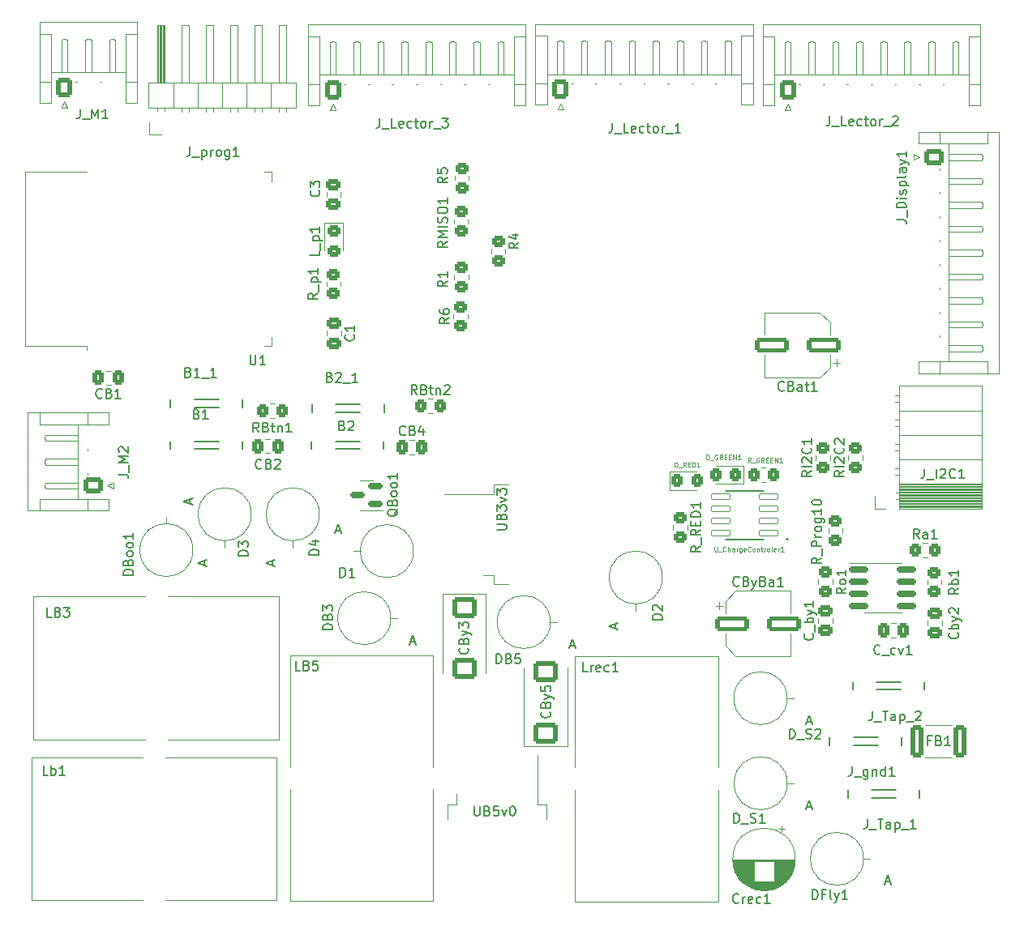
<source format=gto>
%TF.GenerationSoftware,KiCad,Pcbnew,(6.0.4)*%
%TF.CreationDate,2022-05-20T17:10:54-05:00*%
%TF.ProjectId,Easyrun,45617379-7275-46e2-9e6b-696361645f70,rev?*%
%TF.SameCoordinates,Original*%
%TF.FileFunction,Legend,Top*%
%TF.FilePolarity,Positive*%
%FSLAX46Y46*%
G04 Gerber Fmt 4.6, Leading zero omitted, Abs format (unit mm)*
G04 Created by KiCad (PCBNEW (6.0.4)) date 2022-05-20 17:10:54*
%MOMM*%
%LPD*%
G01*
G04 APERTURE LIST*
G04 Aperture macros list*
%AMRoundRect*
0 Rectangle with rounded corners*
0 $1 Rounding radius*
0 $2 $3 $4 $5 $6 $7 $8 $9 X,Y pos of 4 corners*
0 Add a 4 corners polygon primitive as box body*
4,1,4,$2,$3,$4,$5,$6,$7,$8,$9,$2,$3,0*
0 Add four circle primitives for the rounded corners*
1,1,$1+$1,$2,$3*
1,1,$1+$1,$4,$5*
1,1,$1+$1,$6,$7*
1,1,$1+$1,$8,$9*
0 Add four rect primitives between the rounded corners*
20,1,$1+$1,$2,$3,$4,$5,0*
20,1,$1+$1,$4,$5,$6,$7,0*
20,1,$1+$1,$6,$7,$8,$9,0*
20,1,$1+$1,$8,$9,$2,$3,0*%
G04 Aperture macros list end*
%ADD10C,0.150000*%
%ADD11C,0.125000*%
%ADD12C,0.120000*%
%ADD13C,0.127000*%
%ADD14C,0.200000*%
%ADD15RoundRect,0.250000X-0.600000X-0.725000X0.600000X-0.725000X0.600000X0.725000X-0.600000X0.725000X0*%
%ADD16O,1.700000X1.950000*%
%ADD17RoundRect,0.250000X-0.400000X-1.450000X0.400000X-1.450000X0.400000X1.450000X-0.400000X1.450000X0*%
%ADD18R,2.600000X2.600000*%
%ADD19O,2.600000X2.600000*%
%ADD20RoundRect,0.250000X-0.475000X0.337500X-0.475000X-0.337500X0.475000X-0.337500X0.475000X0.337500X0*%
%ADD21C,3.200000*%
%ADD22RoundRect,0.250000X-0.337500X-0.475000X0.337500X-0.475000X0.337500X0.475000X-0.337500X0.475000X0*%
%ADD23RoundRect,0.250000X0.337500X0.475000X-0.337500X0.475000X-0.337500X-0.475000X0.337500X-0.475000X0*%
%ADD24RoundRect,0.250000X-0.350000X-0.450000X0.350000X-0.450000X0.350000X0.450000X-0.350000X0.450000X0*%
%ADD25RoundRect,0.250000X-1.025000X0.875000X-1.025000X-0.875000X1.025000X-0.875000X1.025000X0.875000X0*%
%ADD26RoundRect,0.250000X0.475000X-0.337500X0.475000X0.337500X-0.475000X0.337500X-0.475000X-0.337500X0*%
%ADD27C,2.145000*%
%ADD28C,3.000000*%
%ADD29RoundRect,0.250000X0.450000X-0.350000X0.450000X0.350000X-0.450000X0.350000X-0.450000X-0.350000X0*%
%ADD30RoundRect,0.250000X-0.450000X0.350000X-0.450000X-0.350000X0.450000X-0.350000X0.450000X0.350000X0*%
%ADD31RoundRect,0.250000X-0.725000X0.600000X-0.725000X-0.600000X0.725000X-0.600000X0.725000X0.600000X0*%
%ADD32O,1.950000X1.700000*%
%ADD33RoundRect,0.250000X1.500000X0.550000X-1.500000X0.550000X-1.500000X-0.550000X1.500000X-0.550000X0*%
%ADD34RoundRect,0.042000X0.943000X0.258000X-0.943000X0.258000X-0.943000X-0.258000X0.943000X-0.258000X0*%
%ADD35R,2.413000X3.302000*%
%ADD36RoundRect,0.150000X-0.825000X-0.150000X0.825000X-0.150000X0.825000X0.150000X-0.825000X0.150000X0*%
%ADD37RoundRect,0.250000X-0.325000X-0.450000X0.325000X-0.450000X0.325000X0.450000X-0.325000X0.450000X0*%
%ADD38RoundRect,0.250000X-1.500000X-0.550000X1.500000X-0.550000X1.500000X0.550000X-1.500000X0.550000X0*%
%ADD39RoundRect,0.250000X-0.450000X0.325000X-0.450000X-0.325000X0.450000X-0.325000X0.450000X0.325000X0*%
%ADD40R,0.900000X2.000000*%
%ADD41R,2.000000X0.900000*%
%ADD42R,5.000000X5.000000*%
%ADD43RoundRect,0.150000X0.587500X0.150000X-0.587500X0.150000X-0.587500X-0.150000X0.587500X-0.150000X0*%
%ADD44RoundRect,0.250000X0.325000X0.450000X-0.325000X0.450000X-0.325000X-0.450000X0.325000X-0.450000X0*%
%ADD45R,4.600000X1.100000*%
%ADD46R,9.400000X10.800000*%
%ADD47R,1.600000X1.600000*%
%ADD48C,1.600000*%
%ADD49R,1.100000X4.600000*%
%ADD50R,10.800000X9.400000*%
%ADD51RoundRect,0.250000X0.725000X-0.600000X0.725000X0.600000X-0.725000X0.600000X-0.725000X-0.600000X0*%
%ADD52R,1.700000X1.700000*%
%ADD53O,1.700000X1.700000*%
%ADD54RoundRect,0.250000X0.350000X0.450000X-0.350000X0.450000X-0.350000X-0.450000X0.350000X-0.450000X0*%
%ADD55RoundRect,0.250000X1.025000X-0.875000X1.025000X0.875000X-1.025000X0.875000X-1.025000X-0.875000X0*%
G04 APERTURE END LIST*
D10*
%TO.C,J_Lector_2*%
X186394038Y-59797380D02*
X186394038Y-60511666D01*
X186346419Y-60654523D01*
X186251180Y-60749761D01*
X186108323Y-60797380D01*
X186013085Y-60797380D01*
X186632133Y-60892619D02*
X187394038Y-60892619D01*
X188108323Y-60797380D02*
X187632133Y-60797380D01*
X187632133Y-59797380D01*
X188822609Y-60749761D02*
X188727371Y-60797380D01*
X188536895Y-60797380D01*
X188441657Y-60749761D01*
X188394038Y-60654523D01*
X188394038Y-60273571D01*
X188441657Y-60178333D01*
X188536895Y-60130714D01*
X188727371Y-60130714D01*
X188822609Y-60178333D01*
X188870228Y-60273571D01*
X188870228Y-60368809D01*
X188394038Y-60464047D01*
X189727371Y-60749761D02*
X189632133Y-60797380D01*
X189441657Y-60797380D01*
X189346419Y-60749761D01*
X189298800Y-60702142D01*
X189251180Y-60606904D01*
X189251180Y-60321190D01*
X189298800Y-60225952D01*
X189346419Y-60178333D01*
X189441657Y-60130714D01*
X189632133Y-60130714D01*
X189727371Y-60178333D01*
X190013085Y-60130714D02*
X190394038Y-60130714D01*
X190155942Y-59797380D02*
X190155942Y-60654523D01*
X190203561Y-60749761D01*
X190298800Y-60797380D01*
X190394038Y-60797380D01*
X190870228Y-60797380D02*
X190774990Y-60749761D01*
X190727371Y-60702142D01*
X190679752Y-60606904D01*
X190679752Y-60321190D01*
X190727371Y-60225952D01*
X190774990Y-60178333D01*
X190870228Y-60130714D01*
X191013085Y-60130714D01*
X191108323Y-60178333D01*
X191155942Y-60225952D01*
X191203561Y-60321190D01*
X191203561Y-60606904D01*
X191155942Y-60702142D01*
X191108323Y-60749761D01*
X191013085Y-60797380D01*
X190870228Y-60797380D01*
X191632133Y-60797380D02*
X191632133Y-60130714D01*
X191632133Y-60321190D02*
X191679752Y-60225952D01*
X191727371Y-60178333D01*
X191822609Y-60130714D01*
X191917847Y-60130714D01*
X192013085Y-60892619D02*
X192774990Y-60892619D01*
X192965466Y-59892619D02*
X193013085Y-59845000D01*
X193108323Y-59797380D01*
X193346419Y-59797380D01*
X193441657Y-59845000D01*
X193489276Y-59892619D01*
X193536895Y-59987857D01*
X193536895Y-60083095D01*
X193489276Y-60225952D01*
X192917847Y-60797380D01*
X193536895Y-60797380D01*
%TO.C,FB1*%
X196941066Y-125043571D02*
X196607733Y-125043571D01*
X196607733Y-125567380D02*
X196607733Y-124567380D01*
X197083923Y-124567380D01*
X197798209Y-125043571D02*
X197941066Y-125091190D01*
X197988685Y-125138809D01*
X198036304Y-125234047D01*
X198036304Y-125376904D01*
X197988685Y-125472142D01*
X197941066Y-125519761D01*
X197845828Y-125567380D01*
X197464876Y-125567380D01*
X197464876Y-124567380D01*
X197798209Y-124567380D01*
X197893447Y-124615000D01*
X197941066Y-124662619D01*
X197988685Y-124757857D01*
X197988685Y-124853095D01*
X197941066Y-124948333D01*
X197893447Y-124995952D01*
X197798209Y-125043571D01*
X197464876Y-125043571D01*
X198988685Y-125567380D02*
X198417257Y-125567380D01*
X198702971Y-125567380D02*
X198702971Y-124567380D01*
X198607733Y-124710238D01*
X198512495Y-124805476D01*
X198417257Y-124853095D01*
%TO.C,D1*%
X135263504Y-107990580D02*
X135263504Y-106990580D01*
X135501600Y-106990580D01*
X135644457Y-107038200D01*
X135739695Y-107133438D01*
X135787314Y-107228676D01*
X135834933Y-107419152D01*
X135834933Y-107562009D01*
X135787314Y-107752485D01*
X135739695Y-107847723D01*
X135644457Y-107942961D01*
X135501600Y-107990580D01*
X135263504Y-107990580D01*
X136787314Y-107990580D02*
X136215885Y-107990580D01*
X136501600Y-107990580D02*
X136501600Y-106990580D01*
X136406361Y-107133438D01*
X136311123Y-107228676D01*
X136215885Y-107276295D01*
X134839504Y-103118866D02*
X135315695Y-103118866D01*
X134744266Y-103404580D02*
X135077600Y-102404580D01*
X135410933Y-103404580D01*
%TO.C,C1*%
X136677142Y-82649166D02*
X136724761Y-82696785D01*
X136772380Y-82839642D01*
X136772380Y-82934880D01*
X136724761Y-83077738D01*
X136629523Y-83172976D01*
X136534285Y-83220595D01*
X136343809Y-83268214D01*
X136200952Y-83268214D01*
X136010476Y-83220595D01*
X135915238Y-83172976D01*
X135820000Y-83077738D01*
X135772380Y-82934880D01*
X135772380Y-82839642D01*
X135820000Y-82696785D01*
X135867619Y-82649166D01*
X136772380Y-81696785D02*
X136772380Y-82268214D01*
X136772380Y-81982500D02*
X135772380Y-81982500D01*
X135915238Y-82077738D01*
X136010476Y-82172976D01*
X136058095Y-82268214D01*
%TO.C,CB4*%
X142091333Y-93058142D02*
X142043714Y-93105761D01*
X141900857Y-93153380D01*
X141805619Y-93153380D01*
X141662761Y-93105761D01*
X141567523Y-93010523D01*
X141519904Y-92915285D01*
X141472285Y-92724809D01*
X141472285Y-92581952D01*
X141519904Y-92391476D01*
X141567523Y-92296238D01*
X141662761Y-92201000D01*
X141805619Y-92153380D01*
X141900857Y-92153380D01*
X142043714Y-92201000D01*
X142091333Y-92248619D01*
X142853238Y-92629571D02*
X142996095Y-92677190D01*
X143043714Y-92724809D01*
X143091333Y-92820047D01*
X143091333Y-92962904D01*
X143043714Y-93058142D01*
X142996095Y-93105761D01*
X142900857Y-93153380D01*
X142519904Y-93153380D01*
X142519904Y-92153380D01*
X142853238Y-92153380D01*
X142948476Y-92201000D01*
X142996095Y-92248619D01*
X143043714Y-92343857D01*
X143043714Y-92439095D01*
X142996095Y-92534333D01*
X142948476Y-92581952D01*
X142853238Y-92629571D01*
X142519904Y-92629571D01*
X143948476Y-92486714D02*
X143948476Y-93153380D01*
X143710380Y-92105761D02*
X143472285Y-92820047D01*
X144091333Y-92820047D01*
%TO.C,CB1*%
X110398333Y-89182142D02*
X110350714Y-89229761D01*
X110207857Y-89277380D01*
X110112619Y-89277380D01*
X109969761Y-89229761D01*
X109874523Y-89134523D01*
X109826904Y-89039285D01*
X109779285Y-88848809D01*
X109779285Y-88705952D01*
X109826904Y-88515476D01*
X109874523Y-88420238D01*
X109969761Y-88325000D01*
X110112619Y-88277380D01*
X110207857Y-88277380D01*
X110350714Y-88325000D01*
X110398333Y-88372619D01*
X111160238Y-88753571D02*
X111303095Y-88801190D01*
X111350714Y-88848809D01*
X111398333Y-88944047D01*
X111398333Y-89086904D01*
X111350714Y-89182142D01*
X111303095Y-89229761D01*
X111207857Y-89277380D01*
X110826904Y-89277380D01*
X110826904Y-88277380D01*
X111160238Y-88277380D01*
X111255476Y-88325000D01*
X111303095Y-88372619D01*
X111350714Y-88467857D01*
X111350714Y-88563095D01*
X111303095Y-88658333D01*
X111255476Y-88705952D01*
X111160238Y-88753571D01*
X110826904Y-88753571D01*
X112350714Y-89277380D02*
X111779285Y-89277380D01*
X112065000Y-89277380D02*
X112065000Y-88277380D01*
X111969761Y-88420238D01*
X111874523Y-88515476D01*
X111779285Y-88563095D01*
%TO.C,J_Lector_1*%
X163676438Y-60513980D02*
X163676438Y-61228266D01*
X163628819Y-61371123D01*
X163533580Y-61466361D01*
X163390723Y-61513980D01*
X163295485Y-61513980D01*
X163914533Y-61609219D02*
X164676438Y-61609219D01*
X165390723Y-61513980D02*
X164914533Y-61513980D01*
X164914533Y-60513980D01*
X166105009Y-61466361D02*
X166009771Y-61513980D01*
X165819295Y-61513980D01*
X165724057Y-61466361D01*
X165676438Y-61371123D01*
X165676438Y-60990171D01*
X165724057Y-60894933D01*
X165819295Y-60847314D01*
X166009771Y-60847314D01*
X166105009Y-60894933D01*
X166152628Y-60990171D01*
X166152628Y-61085409D01*
X165676438Y-61180647D01*
X167009771Y-61466361D02*
X166914533Y-61513980D01*
X166724057Y-61513980D01*
X166628819Y-61466361D01*
X166581200Y-61418742D01*
X166533580Y-61323504D01*
X166533580Y-61037790D01*
X166581200Y-60942552D01*
X166628819Y-60894933D01*
X166724057Y-60847314D01*
X166914533Y-60847314D01*
X167009771Y-60894933D01*
X167295485Y-60847314D02*
X167676438Y-60847314D01*
X167438342Y-60513980D02*
X167438342Y-61371123D01*
X167485961Y-61466361D01*
X167581200Y-61513980D01*
X167676438Y-61513980D01*
X168152628Y-61513980D02*
X168057390Y-61466361D01*
X168009771Y-61418742D01*
X167962152Y-61323504D01*
X167962152Y-61037790D01*
X168009771Y-60942552D01*
X168057390Y-60894933D01*
X168152628Y-60847314D01*
X168295485Y-60847314D01*
X168390723Y-60894933D01*
X168438342Y-60942552D01*
X168485961Y-61037790D01*
X168485961Y-61323504D01*
X168438342Y-61418742D01*
X168390723Y-61466361D01*
X168295485Y-61513980D01*
X168152628Y-61513980D01*
X168914533Y-61513980D02*
X168914533Y-60847314D01*
X168914533Y-61037790D02*
X168962152Y-60942552D01*
X169009771Y-60894933D01*
X169105009Y-60847314D01*
X169200247Y-60847314D01*
X169295485Y-61609219D02*
X170057390Y-61609219D01*
X170819295Y-61513980D02*
X170247866Y-61513980D01*
X170533580Y-61513980D02*
X170533580Y-60513980D01*
X170438342Y-60656838D01*
X170343104Y-60752076D01*
X170247866Y-60799695D01*
%TO.C,DFly1*%
X184590476Y-141652380D02*
X184590476Y-140652380D01*
X184828571Y-140652380D01*
X184971428Y-140700000D01*
X185066666Y-140795238D01*
X185114285Y-140890476D01*
X185161904Y-141080952D01*
X185161904Y-141223809D01*
X185114285Y-141414285D01*
X185066666Y-141509523D01*
X184971428Y-141604761D01*
X184828571Y-141652380D01*
X184590476Y-141652380D01*
X185923809Y-141128571D02*
X185590476Y-141128571D01*
X185590476Y-141652380D02*
X185590476Y-140652380D01*
X186066666Y-140652380D01*
X186590476Y-141652380D02*
X186495238Y-141604761D01*
X186447619Y-141509523D01*
X186447619Y-140652380D01*
X186876190Y-140985714D02*
X187114285Y-141652380D01*
X187352380Y-140985714D02*
X187114285Y-141652380D01*
X187019047Y-141890476D01*
X186971428Y-141938095D01*
X186876190Y-141985714D01*
X188257142Y-141652380D02*
X187685714Y-141652380D01*
X187971428Y-141652380D02*
X187971428Y-140652380D01*
X187876190Y-140795238D01*
X187780952Y-140890476D01*
X187685714Y-140938095D01*
X192202304Y-139810466D02*
X192678495Y-139810466D01*
X192107066Y-140096180D02*
X192440400Y-139096180D01*
X192773733Y-140096180D01*
%TO.C,Ra1*%
X195732952Y-103952980D02*
X195399619Y-103476790D01*
X195161523Y-103952980D02*
X195161523Y-102952980D01*
X195542476Y-102952980D01*
X195637714Y-103000600D01*
X195685333Y-103048219D01*
X195732952Y-103143457D01*
X195732952Y-103286314D01*
X195685333Y-103381552D01*
X195637714Y-103429171D01*
X195542476Y-103476790D01*
X195161523Y-103476790D01*
X196590095Y-103952980D02*
X196590095Y-103429171D01*
X196542476Y-103333933D01*
X196447238Y-103286314D01*
X196256761Y-103286314D01*
X196161523Y-103333933D01*
X196590095Y-103905361D02*
X196494857Y-103952980D01*
X196256761Y-103952980D01*
X196161523Y-103905361D01*
X196113904Y-103810123D01*
X196113904Y-103714885D01*
X196161523Y-103619647D01*
X196256761Y-103572028D01*
X196494857Y-103572028D01*
X196590095Y-103524409D01*
X197590095Y-103952980D02*
X197018666Y-103952980D01*
X197304380Y-103952980D02*
X197304380Y-102952980D01*
X197209142Y-103095838D01*
X197113904Y-103191076D01*
X197018666Y-103238695D01*
%TO.C,CBy3*%
X148581542Y-115389019D02*
X148629161Y-115436638D01*
X148676780Y-115579495D01*
X148676780Y-115674733D01*
X148629161Y-115817590D01*
X148533923Y-115912828D01*
X148438685Y-115960447D01*
X148248209Y-116008066D01*
X148105352Y-116008066D01*
X147914876Y-115960447D01*
X147819638Y-115912828D01*
X147724400Y-115817590D01*
X147676780Y-115674733D01*
X147676780Y-115579495D01*
X147724400Y-115436638D01*
X147772019Y-115389019D01*
X148152971Y-114627114D02*
X148200590Y-114484257D01*
X148248209Y-114436638D01*
X148343447Y-114389019D01*
X148486304Y-114389019D01*
X148581542Y-114436638D01*
X148629161Y-114484257D01*
X148676780Y-114579495D01*
X148676780Y-114960447D01*
X147676780Y-114960447D01*
X147676780Y-114627114D01*
X147724400Y-114531876D01*
X147772019Y-114484257D01*
X147867257Y-114436638D01*
X147962495Y-114436638D01*
X148057733Y-114484257D01*
X148105352Y-114531876D01*
X148152971Y-114627114D01*
X148152971Y-114960447D01*
X148010114Y-114055685D02*
X148676780Y-113817590D01*
X148010114Y-113579495D02*
X148676780Y-113817590D01*
X148914876Y-113912828D01*
X148962495Y-113960447D01*
X149010114Y-114055685D01*
X147676780Y-113293780D02*
X147676780Y-112674733D01*
X148057733Y-113008066D01*
X148057733Y-112865209D01*
X148105352Y-112769971D01*
X148152971Y-112722352D01*
X148248209Y-112674733D01*
X148486304Y-112674733D01*
X148581542Y-112722352D01*
X148629161Y-112769971D01*
X148676780Y-112865209D01*
X148676780Y-113150923D01*
X148629161Y-113246161D01*
X148581542Y-113293780D01*
%TO.C,C3*%
X133047142Y-67561666D02*
X133094761Y-67609285D01*
X133142380Y-67752142D01*
X133142380Y-67847380D01*
X133094761Y-67990238D01*
X132999523Y-68085476D01*
X132904285Y-68133095D01*
X132713809Y-68180714D01*
X132570952Y-68180714D01*
X132380476Y-68133095D01*
X132285238Y-68085476D01*
X132190000Y-67990238D01*
X132142380Y-67847380D01*
X132142380Y-67752142D01*
X132190000Y-67609285D01*
X132237619Y-67561666D01*
X132142380Y-67228333D02*
X132142380Y-66609285D01*
X132523333Y-66942619D01*
X132523333Y-66799761D01*
X132570952Y-66704523D01*
X132618571Y-66656904D01*
X132713809Y-66609285D01*
X132951904Y-66609285D01*
X133047142Y-66656904D01*
X133094761Y-66704523D01*
X133142380Y-66799761D01*
X133142380Y-67085476D01*
X133094761Y-67180714D01*
X133047142Y-67228333D01*
%TO.C,J_gnd1*%
X188715575Y-127746736D02*
X188715575Y-128462208D01*
X188667877Y-128605302D01*
X188572481Y-128700699D01*
X188429386Y-128748397D01*
X188333990Y-128748397D01*
X188954066Y-128843793D02*
X189717236Y-128843793D01*
X190385010Y-128080623D02*
X190385010Y-128891491D01*
X190337312Y-128986888D01*
X190289614Y-129034586D01*
X190194218Y-129082284D01*
X190051123Y-129082284D01*
X189955727Y-129034586D01*
X190385010Y-128700699D02*
X190289614Y-128748397D01*
X190098821Y-128748397D01*
X190003425Y-128700699D01*
X189955727Y-128653001D01*
X189908029Y-128557604D01*
X189908029Y-128271415D01*
X189955727Y-128176019D01*
X190003425Y-128128321D01*
X190098821Y-128080623D01*
X190289614Y-128080623D01*
X190385010Y-128128321D01*
X190861992Y-128080623D02*
X190861992Y-128748397D01*
X190861992Y-128176019D02*
X190909690Y-128128321D01*
X191005086Y-128080623D01*
X191148181Y-128080623D01*
X191243577Y-128128321D01*
X191291275Y-128223717D01*
X191291275Y-128748397D01*
X192197540Y-128748397D02*
X192197540Y-127746736D01*
X192197540Y-128700699D02*
X192102143Y-128748397D01*
X191911351Y-128748397D01*
X191815955Y-128700699D01*
X191768256Y-128653001D01*
X191720558Y-128557604D01*
X191720558Y-128271415D01*
X191768256Y-128176019D01*
X191815955Y-128128321D01*
X191911351Y-128080623D01*
X192102143Y-128080623D01*
X192197540Y-128128321D01*
X193199201Y-128748397D02*
X192626823Y-128748397D01*
X192913012Y-128748397D02*
X192913012Y-127746736D01*
X192817616Y-127889830D01*
X192722219Y-127985227D01*
X192626823Y-128032925D01*
%TO.C,LB3*%
X105146733Y-112136180D02*
X104670542Y-112136180D01*
X104670542Y-111136180D01*
X105813400Y-111612371D02*
X105956257Y-111659990D01*
X106003876Y-111707609D01*
X106051495Y-111802847D01*
X106051495Y-111945704D01*
X106003876Y-112040942D01*
X105956257Y-112088561D01*
X105861019Y-112136180D01*
X105480066Y-112136180D01*
X105480066Y-111136180D01*
X105813400Y-111136180D01*
X105908638Y-111183800D01*
X105956257Y-111231419D01*
X106003876Y-111326657D01*
X106003876Y-111421895D01*
X105956257Y-111517133D01*
X105908638Y-111564752D01*
X105813400Y-111612371D01*
X105480066Y-111612371D01*
X106384828Y-111136180D02*
X107003876Y-111136180D01*
X106670542Y-111517133D01*
X106813400Y-111517133D01*
X106908638Y-111564752D01*
X106956257Y-111612371D01*
X107003876Y-111707609D01*
X107003876Y-111945704D01*
X106956257Y-112040942D01*
X106908638Y-112088561D01*
X106813400Y-112136180D01*
X106527685Y-112136180D01*
X106432447Y-112088561D01*
X106384828Y-112040942D01*
%TO.C,Lb1*%
X104780952Y-128652380D02*
X104304761Y-128652380D01*
X104304761Y-127652380D01*
X105114285Y-128652380D02*
X105114285Y-127652380D01*
X105114285Y-128033333D02*
X105209523Y-127985714D01*
X105400000Y-127985714D01*
X105495238Y-128033333D01*
X105542857Y-128080952D01*
X105590476Y-128176190D01*
X105590476Y-128461904D01*
X105542857Y-128557142D01*
X105495238Y-128604761D01*
X105400000Y-128652380D01*
X105209523Y-128652380D01*
X105114285Y-128604761D01*
X106542857Y-128652380D02*
X105971428Y-128652380D01*
X106257142Y-128652380D02*
X106257142Y-127652380D01*
X106161904Y-127795238D01*
X106066666Y-127890476D01*
X105971428Y-127938095D01*
%TO.C,D3*%
X125652380Y-105738095D02*
X124652380Y-105738095D01*
X124652380Y-105500000D01*
X124700000Y-105357142D01*
X124795238Y-105261904D01*
X124890476Y-105214285D01*
X125080952Y-105166666D01*
X125223809Y-105166666D01*
X125414285Y-105214285D01*
X125509523Y-105261904D01*
X125604761Y-105357142D01*
X125652380Y-105500000D01*
X125652380Y-105738095D01*
X124652380Y-104833333D02*
X124652380Y-104214285D01*
X125033333Y-104547619D01*
X125033333Y-104404761D01*
X125080952Y-104309523D01*
X125128571Y-104261904D01*
X125223809Y-104214285D01*
X125461904Y-104214285D01*
X125557142Y-104261904D01*
X125604761Y-104309523D01*
X125652380Y-104404761D01*
X125652380Y-104690476D01*
X125604761Y-104785714D01*
X125557142Y-104833333D01*
X121086666Y-106723095D02*
X121086666Y-106246904D01*
X121372380Y-106818333D02*
X120372380Y-106485000D01*
X121372380Y-106151666D01*
%TO.C,J_Lector_3*%
X139404038Y-60000580D02*
X139404038Y-60714866D01*
X139356419Y-60857723D01*
X139261180Y-60952961D01*
X139118323Y-61000580D01*
X139023085Y-61000580D01*
X139642133Y-61095819D02*
X140404038Y-61095819D01*
X141118323Y-61000580D02*
X140642133Y-61000580D01*
X140642133Y-60000580D01*
X141832609Y-60952961D02*
X141737371Y-61000580D01*
X141546895Y-61000580D01*
X141451657Y-60952961D01*
X141404038Y-60857723D01*
X141404038Y-60476771D01*
X141451657Y-60381533D01*
X141546895Y-60333914D01*
X141737371Y-60333914D01*
X141832609Y-60381533D01*
X141880228Y-60476771D01*
X141880228Y-60572009D01*
X141404038Y-60667247D01*
X142737371Y-60952961D02*
X142642133Y-61000580D01*
X142451657Y-61000580D01*
X142356419Y-60952961D01*
X142308800Y-60905342D01*
X142261180Y-60810104D01*
X142261180Y-60524390D01*
X142308800Y-60429152D01*
X142356419Y-60381533D01*
X142451657Y-60333914D01*
X142642133Y-60333914D01*
X142737371Y-60381533D01*
X143023085Y-60333914D02*
X143404038Y-60333914D01*
X143165942Y-60000580D02*
X143165942Y-60857723D01*
X143213561Y-60952961D01*
X143308800Y-61000580D01*
X143404038Y-61000580D01*
X143880228Y-61000580D02*
X143784990Y-60952961D01*
X143737371Y-60905342D01*
X143689752Y-60810104D01*
X143689752Y-60524390D01*
X143737371Y-60429152D01*
X143784990Y-60381533D01*
X143880228Y-60333914D01*
X144023085Y-60333914D01*
X144118323Y-60381533D01*
X144165942Y-60429152D01*
X144213561Y-60524390D01*
X144213561Y-60810104D01*
X144165942Y-60905342D01*
X144118323Y-60952961D01*
X144023085Y-61000580D01*
X143880228Y-61000580D01*
X144642133Y-61000580D02*
X144642133Y-60333914D01*
X144642133Y-60524390D02*
X144689752Y-60429152D01*
X144737371Y-60381533D01*
X144832609Y-60333914D01*
X144927847Y-60333914D01*
X145023085Y-61095819D02*
X145784990Y-61095819D01*
X145927847Y-60000580D02*
X146546895Y-60000580D01*
X146213561Y-60381533D01*
X146356419Y-60381533D01*
X146451657Y-60429152D01*
X146499276Y-60476771D01*
X146546895Y-60572009D01*
X146546895Y-60810104D01*
X146499276Y-60905342D01*
X146451657Y-60952961D01*
X146356419Y-61000580D01*
X146070704Y-61000580D01*
X145975466Y-60952961D01*
X145927847Y-60905342D01*
%TO.C,RI2C1*%
X184486380Y-96879552D02*
X184010190Y-97212885D01*
X184486380Y-97450980D02*
X183486380Y-97450980D01*
X183486380Y-97070028D01*
X183534000Y-96974790D01*
X183581619Y-96927171D01*
X183676857Y-96879552D01*
X183819714Y-96879552D01*
X183914952Y-96927171D01*
X183962571Y-96974790D01*
X184010190Y-97070028D01*
X184010190Y-97450980D01*
X184486380Y-96450980D02*
X183486380Y-96450980D01*
X183581619Y-96022409D02*
X183534000Y-95974790D01*
X183486380Y-95879552D01*
X183486380Y-95641457D01*
X183534000Y-95546219D01*
X183581619Y-95498600D01*
X183676857Y-95450980D01*
X183772095Y-95450980D01*
X183914952Y-95498600D01*
X184486380Y-96070028D01*
X184486380Y-95450980D01*
X184391142Y-94450980D02*
X184438761Y-94498600D01*
X184486380Y-94641457D01*
X184486380Y-94736695D01*
X184438761Y-94879552D01*
X184343523Y-94974790D01*
X184248285Y-95022409D01*
X184057809Y-95070028D01*
X183914952Y-95070028D01*
X183724476Y-95022409D01*
X183629238Y-94974790D01*
X183534000Y-94879552D01*
X183486380Y-94736695D01*
X183486380Y-94641457D01*
X183534000Y-94498600D01*
X183581619Y-94450980D01*
X184486380Y-93498600D02*
X184486380Y-94070028D01*
X184486380Y-93784314D02*
X183486380Y-93784314D01*
X183629238Y-93879552D01*
X183724476Y-93974790D01*
X183772095Y-94070028D01*
%TO.C,CB2*%
X127054533Y-96557142D02*
X127006914Y-96604761D01*
X126864057Y-96652380D01*
X126768819Y-96652380D01*
X126625961Y-96604761D01*
X126530723Y-96509523D01*
X126483104Y-96414285D01*
X126435485Y-96223809D01*
X126435485Y-96080952D01*
X126483104Y-95890476D01*
X126530723Y-95795238D01*
X126625961Y-95700000D01*
X126768819Y-95652380D01*
X126864057Y-95652380D01*
X127006914Y-95700000D01*
X127054533Y-95747619D01*
X127816438Y-96128571D02*
X127959295Y-96176190D01*
X128006914Y-96223809D01*
X128054533Y-96319047D01*
X128054533Y-96461904D01*
X128006914Y-96557142D01*
X127959295Y-96604761D01*
X127864057Y-96652380D01*
X127483104Y-96652380D01*
X127483104Y-95652380D01*
X127816438Y-95652380D01*
X127911676Y-95700000D01*
X127959295Y-95747619D01*
X128006914Y-95842857D01*
X128006914Y-95938095D01*
X127959295Y-96033333D01*
X127911676Y-96080952D01*
X127816438Y-96128571D01*
X127483104Y-96128571D01*
X128435485Y-95747619D02*
X128483104Y-95700000D01*
X128578342Y-95652380D01*
X128816438Y-95652380D01*
X128911676Y-95700000D01*
X128959295Y-95747619D01*
X129006914Y-95842857D01*
X129006914Y-95938095D01*
X128959295Y-96080952D01*
X128387866Y-96652380D01*
X129006914Y-96652380D01*
%TO.C,B1_1*%
X119420354Y-86557187D02*
X119563448Y-86604885D01*
X119611146Y-86652584D01*
X119658844Y-86747980D01*
X119658844Y-86891074D01*
X119611146Y-86986471D01*
X119563448Y-87034169D01*
X119468052Y-87081867D01*
X119086467Y-87081867D01*
X119086467Y-86080206D01*
X119420354Y-86080206D01*
X119515750Y-86127904D01*
X119563448Y-86175602D01*
X119611146Y-86270998D01*
X119611146Y-86366395D01*
X119563448Y-86461791D01*
X119515750Y-86509489D01*
X119420354Y-86557187D01*
X119086467Y-86557187D01*
X120612807Y-87081867D02*
X120040430Y-87081867D01*
X120326618Y-87081867D02*
X120326618Y-86080206D01*
X120231222Y-86223300D01*
X120135826Y-86318697D01*
X120040430Y-86366395D01*
X120803600Y-87177263D02*
X121566770Y-87177263D01*
X122329940Y-87081867D02*
X121757563Y-87081867D01*
X122043752Y-87081867D02*
X122043752Y-86080206D01*
X121948355Y-86223300D01*
X121852959Y-86318697D01*
X121757563Y-86366395D01*
%TO.C,R6*%
X146642380Y-80886666D02*
X146166190Y-81220000D01*
X146642380Y-81458095D02*
X145642380Y-81458095D01*
X145642380Y-81077142D01*
X145690000Y-80981904D01*
X145737619Y-80934285D01*
X145832857Y-80886666D01*
X145975714Y-80886666D01*
X146070952Y-80934285D01*
X146118571Y-80981904D01*
X146166190Y-81077142D01*
X146166190Y-81458095D01*
X145642380Y-80029523D02*
X145642380Y-80220000D01*
X145690000Y-80315238D01*
X145737619Y-80362857D01*
X145880476Y-80458095D01*
X146070952Y-80505714D01*
X146451904Y-80505714D01*
X146547142Y-80458095D01*
X146594761Y-80410476D01*
X146642380Y-80315238D01*
X146642380Y-80124761D01*
X146594761Y-80029523D01*
X146547142Y-79981904D01*
X146451904Y-79934285D01*
X146213809Y-79934285D01*
X146118571Y-79981904D01*
X146070952Y-80029523D01*
X146023333Y-80124761D01*
X146023333Y-80315238D01*
X146070952Y-80410476D01*
X146118571Y-80458095D01*
X146213809Y-80505714D01*
%TO.C,R_RED1*%
X172901980Y-104763000D02*
X172425790Y-105096333D01*
X172901980Y-105334428D02*
X171901980Y-105334428D01*
X171901980Y-104953476D01*
X171949600Y-104858238D01*
X171997219Y-104810619D01*
X172092457Y-104763000D01*
X172235314Y-104763000D01*
X172330552Y-104810619D01*
X172378171Y-104858238D01*
X172425790Y-104953476D01*
X172425790Y-105334428D01*
X172997219Y-104572523D02*
X172997219Y-103810619D01*
X172901980Y-103001095D02*
X172425790Y-103334428D01*
X172901980Y-103572523D02*
X171901980Y-103572523D01*
X171901980Y-103191571D01*
X171949600Y-103096333D01*
X171997219Y-103048714D01*
X172092457Y-103001095D01*
X172235314Y-103001095D01*
X172330552Y-103048714D01*
X172378171Y-103096333D01*
X172425790Y-103191571D01*
X172425790Y-103572523D01*
X172378171Y-102572523D02*
X172378171Y-102239190D01*
X172901980Y-102096333D02*
X172901980Y-102572523D01*
X171901980Y-102572523D01*
X171901980Y-102096333D01*
X172901980Y-101667761D02*
X171901980Y-101667761D01*
X171901980Y-101429666D01*
X171949600Y-101286809D01*
X172044838Y-101191571D01*
X172140076Y-101143952D01*
X172330552Y-101096333D01*
X172473409Y-101096333D01*
X172663885Y-101143952D01*
X172759123Y-101191571D01*
X172854361Y-101286809D01*
X172901980Y-101429666D01*
X172901980Y-101667761D01*
X172901980Y-100143952D02*
X172901980Y-100715380D01*
X172901980Y-100429666D02*
X171901980Y-100429666D01*
X172044838Y-100524904D01*
X172140076Y-100620142D01*
X172187695Y-100715380D01*
%TO.C,J_Display1*%
X193365980Y-70607761D02*
X194080266Y-70607761D01*
X194223123Y-70655380D01*
X194318361Y-70750619D01*
X194365980Y-70893476D01*
X194365980Y-70988714D01*
X194461219Y-70369666D02*
X194461219Y-69607761D01*
X194365980Y-69369666D02*
X193365980Y-69369666D01*
X193365980Y-69131571D01*
X193413600Y-68988714D01*
X193508838Y-68893476D01*
X193604076Y-68845857D01*
X193794552Y-68798238D01*
X193937409Y-68798238D01*
X194127885Y-68845857D01*
X194223123Y-68893476D01*
X194318361Y-68988714D01*
X194365980Y-69131571D01*
X194365980Y-69369666D01*
X194365980Y-68369666D02*
X193699314Y-68369666D01*
X193365980Y-68369666D02*
X193413600Y-68417285D01*
X193461219Y-68369666D01*
X193413600Y-68322047D01*
X193365980Y-68369666D01*
X193461219Y-68369666D01*
X194318361Y-67941095D02*
X194365980Y-67845857D01*
X194365980Y-67655380D01*
X194318361Y-67560142D01*
X194223123Y-67512523D01*
X194175504Y-67512523D01*
X194080266Y-67560142D01*
X194032647Y-67655380D01*
X194032647Y-67798238D01*
X193985028Y-67893476D01*
X193889790Y-67941095D01*
X193842171Y-67941095D01*
X193746933Y-67893476D01*
X193699314Y-67798238D01*
X193699314Y-67655380D01*
X193746933Y-67560142D01*
X193699314Y-67083952D02*
X194699314Y-67083952D01*
X193746933Y-67083952D02*
X193699314Y-66988714D01*
X193699314Y-66798238D01*
X193746933Y-66703000D01*
X193794552Y-66655380D01*
X193889790Y-66607761D01*
X194175504Y-66607761D01*
X194270742Y-66655380D01*
X194318361Y-66703000D01*
X194365980Y-66798238D01*
X194365980Y-66988714D01*
X194318361Y-67083952D01*
X194365980Y-66036333D02*
X194318361Y-66131571D01*
X194223123Y-66179190D01*
X193365980Y-66179190D01*
X194365980Y-65226809D02*
X193842171Y-65226809D01*
X193746933Y-65274428D01*
X193699314Y-65369666D01*
X193699314Y-65560142D01*
X193746933Y-65655380D01*
X194318361Y-65226809D02*
X194365980Y-65322047D01*
X194365980Y-65560142D01*
X194318361Y-65655380D01*
X194223123Y-65703000D01*
X194127885Y-65703000D01*
X194032647Y-65655380D01*
X193985028Y-65560142D01*
X193985028Y-65322047D01*
X193937409Y-65226809D01*
X193699314Y-64845857D02*
X194365980Y-64607761D01*
X193699314Y-64369666D02*
X194365980Y-64607761D01*
X194604076Y-64703000D01*
X194651695Y-64750619D01*
X194699314Y-64845857D01*
X194365980Y-63464904D02*
X194365980Y-64036333D01*
X194365980Y-63750619D02*
X193365980Y-63750619D01*
X193508838Y-63845857D01*
X193604076Y-63941095D01*
X193651695Y-64036333D01*
%TO.C,R5*%
X146452380Y-66166666D02*
X145976190Y-66500000D01*
X146452380Y-66738095D02*
X145452380Y-66738095D01*
X145452380Y-66357142D01*
X145500000Y-66261904D01*
X145547619Y-66214285D01*
X145642857Y-66166666D01*
X145785714Y-66166666D01*
X145880952Y-66214285D01*
X145928571Y-66261904D01*
X145976190Y-66357142D01*
X145976190Y-66738095D01*
X145452380Y-65261904D02*
X145452380Y-65738095D01*
X145928571Y-65785714D01*
X145880952Y-65738095D01*
X145833333Y-65642857D01*
X145833333Y-65404761D01*
X145880952Y-65309523D01*
X145928571Y-65261904D01*
X146023809Y-65214285D01*
X146261904Y-65214285D01*
X146357142Y-65261904D01*
X146404761Y-65309523D01*
X146452380Y-65404761D01*
X146452380Y-65642857D01*
X146404761Y-65738095D01*
X146357142Y-65785714D01*
%TO.C,CBat1*%
X181637638Y-88420142D02*
X181590019Y-88467761D01*
X181447161Y-88515380D01*
X181351923Y-88515380D01*
X181209066Y-88467761D01*
X181113828Y-88372523D01*
X181066209Y-88277285D01*
X181018590Y-88086809D01*
X181018590Y-87943952D01*
X181066209Y-87753476D01*
X181113828Y-87658238D01*
X181209066Y-87563000D01*
X181351923Y-87515380D01*
X181447161Y-87515380D01*
X181590019Y-87563000D01*
X181637638Y-87610619D01*
X182399542Y-87991571D02*
X182542400Y-88039190D01*
X182590019Y-88086809D01*
X182637638Y-88182047D01*
X182637638Y-88324904D01*
X182590019Y-88420142D01*
X182542400Y-88467761D01*
X182447161Y-88515380D01*
X182066209Y-88515380D01*
X182066209Y-87515380D01*
X182399542Y-87515380D01*
X182494780Y-87563000D01*
X182542400Y-87610619D01*
X182590019Y-87705857D01*
X182590019Y-87801095D01*
X182542400Y-87896333D01*
X182494780Y-87943952D01*
X182399542Y-87991571D01*
X182066209Y-87991571D01*
X183494780Y-88515380D02*
X183494780Y-87991571D01*
X183447161Y-87896333D01*
X183351923Y-87848714D01*
X183161447Y-87848714D01*
X183066209Y-87896333D01*
X183494780Y-88467761D02*
X183399542Y-88515380D01*
X183161447Y-88515380D01*
X183066209Y-88467761D01*
X183018590Y-88372523D01*
X183018590Y-88277285D01*
X183066209Y-88182047D01*
X183161447Y-88134428D01*
X183399542Y-88134428D01*
X183494780Y-88086809D01*
X183828114Y-87848714D02*
X184209066Y-87848714D01*
X183970971Y-87515380D02*
X183970971Y-88372523D01*
X184018590Y-88467761D01*
X184113828Y-88515380D01*
X184209066Y-88515380D01*
X185066209Y-88515380D02*
X184494780Y-88515380D01*
X184780495Y-88515380D02*
X184780495Y-87515380D01*
X184685257Y-87658238D01*
X184590019Y-87753476D01*
X184494780Y-87801095D01*
D11*
%TO.C,U_ChargeControler1*%
X174367161Y-104775190D02*
X174367161Y-105179952D01*
X174390971Y-105227571D01*
X174414780Y-105251380D01*
X174462400Y-105275190D01*
X174557638Y-105275190D01*
X174605257Y-105251380D01*
X174629066Y-105227571D01*
X174652876Y-105179952D01*
X174652876Y-104775190D01*
X174771923Y-105322809D02*
X175152876Y-105322809D01*
X175557638Y-105227571D02*
X175533828Y-105251380D01*
X175462400Y-105275190D01*
X175414780Y-105275190D01*
X175343352Y-105251380D01*
X175295733Y-105203761D01*
X175271923Y-105156142D01*
X175248114Y-105060904D01*
X175248114Y-104989476D01*
X175271923Y-104894238D01*
X175295733Y-104846619D01*
X175343352Y-104799000D01*
X175414780Y-104775190D01*
X175462400Y-104775190D01*
X175533828Y-104799000D01*
X175557638Y-104822809D01*
X175771923Y-105275190D02*
X175771923Y-104775190D01*
X175986209Y-105275190D02*
X175986209Y-105013285D01*
X175962400Y-104965666D01*
X175914780Y-104941857D01*
X175843352Y-104941857D01*
X175795733Y-104965666D01*
X175771923Y-104989476D01*
X176438590Y-105275190D02*
X176438590Y-105013285D01*
X176414780Y-104965666D01*
X176367161Y-104941857D01*
X176271923Y-104941857D01*
X176224304Y-104965666D01*
X176438590Y-105251380D02*
X176390971Y-105275190D01*
X176271923Y-105275190D01*
X176224304Y-105251380D01*
X176200495Y-105203761D01*
X176200495Y-105156142D01*
X176224304Y-105108523D01*
X176271923Y-105084714D01*
X176390971Y-105084714D01*
X176438590Y-105060904D01*
X176676685Y-105275190D02*
X176676685Y-104941857D01*
X176676685Y-105037095D02*
X176700495Y-104989476D01*
X176724304Y-104965666D01*
X176771923Y-104941857D01*
X176819542Y-104941857D01*
X177200495Y-104941857D02*
X177200495Y-105346619D01*
X177176685Y-105394238D01*
X177152876Y-105418047D01*
X177105257Y-105441857D01*
X177033828Y-105441857D01*
X176986209Y-105418047D01*
X177200495Y-105251380D02*
X177152876Y-105275190D01*
X177057638Y-105275190D01*
X177010019Y-105251380D01*
X176986209Y-105227571D01*
X176962400Y-105179952D01*
X176962400Y-105037095D01*
X176986209Y-104989476D01*
X177010019Y-104965666D01*
X177057638Y-104941857D01*
X177152876Y-104941857D01*
X177200495Y-104965666D01*
X177629066Y-105251380D02*
X177581447Y-105275190D01*
X177486209Y-105275190D01*
X177438590Y-105251380D01*
X177414780Y-105203761D01*
X177414780Y-105013285D01*
X177438590Y-104965666D01*
X177486209Y-104941857D01*
X177581447Y-104941857D01*
X177629066Y-104965666D01*
X177652876Y-105013285D01*
X177652876Y-105060904D01*
X177414780Y-105108523D01*
X178152876Y-105227571D02*
X178129066Y-105251380D01*
X178057638Y-105275190D01*
X178010019Y-105275190D01*
X177938590Y-105251380D01*
X177890971Y-105203761D01*
X177867161Y-105156142D01*
X177843352Y-105060904D01*
X177843352Y-104989476D01*
X177867161Y-104894238D01*
X177890971Y-104846619D01*
X177938590Y-104799000D01*
X178010019Y-104775190D01*
X178057638Y-104775190D01*
X178129066Y-104799000D01*
X178152876Y-104822809D01*
X178438590Y-105275190D02*
X178390971Y-105251380D01*
X178367161Y-105227571D01*
X178343352Y-105179952D01*
X178343352Y-105037095D01*
X178367161Y-104989476D01*
X178390971Y-104965666D01*
X178438590Y-104941857D01*
X178510019Y-104941857D01*
X178557638Y-104965666D01*
X178581447Y-104989476D01*
X178605257Y-105037095D01*
X178605257Y-105179952D01*
X178581447Y-105227571D01*
X178557638Y-105251380D01*
X178510019Y-105275190D01*
X178438590Y-105275190D01*
X178819542Y-104941857D02*
X178819542Y-105275190D01*
X178819542Y-104989476D02*
X178843352Y-104965666D01*
X178890971Y-104941857D01*
X178962400Y-104941857D01*
X179010019Y-104965666D01*
X179033828Y-105013285D01*
X179033828Y-105275190D01*
X179200495Y-104941857D02*
X179390971Y-104941857D01*
X179271923Y-104775190D02*
X179271923Y-105203761D01*
X179295733Y-105251380D01*
X179343352Y-105275190D01*
X179390971Y-105275190D01*
X179557638Y-105275190D02*
X179557638Y-104941857D01*
X179557638Y-105037095D02*
X179581447Y-104989476D01*
X179605257Y-104965666D01*
X179652876Y-104941857D01*
X179700495Y-104941857D01*
X179938590Y-105275190D02*
X179890971Y-105251380D01*
X179867161Y-105227571D01*
X179843352Y-105179952D01*
X179843352Y-105037095D01*
X179867161Y-104989476D01*
X179890971Y-104965666D01*
X179938590Y-104941857D01*
X180010019Y-104941857D01*
X180057638Y-104965666D01*
X180081447Y-104989476D01*
X180105257Y-105037095D01*
X180105257Y-105179952D01*
X180081447Y-105227571D01*
X180057638Y-105251380D01*
X180010019Y-105275190D01*
X179938590Y-105275190D01*
X180390971Y-105275190D02*
X180343352Y-105251380D01*
X180319542Y-105203761D01*
X180319542Y-104775190D01*
X180771923Y-105251380D02*
X180724304Y-105275190D01*
X180629066Y-105275190D01*
X180581447Y-105251380D01*
X180557638Y-105203761D01*
X180557638Y-105013285D01*
X180581447Y-104965666D01*
X180629066Y-104941857D01*
X180724304Y-104941857D01*
X180771923Y-104965666D01*
X180795733Y-105013285D01*
X180795733Y-105060904D01*
X180557638Y-105108523D01*
X181010019Y-105275190D02*
X181010019Y-104941857D01*
X181010019Y-105037095D02*
X181033828Y-104989476D01*
X181057638Y-104965666D01*
X181105257Y-104941857D01*
X181152876Y-104941857D01*
X181581447Y-105275190D02*
X181295733Y-105275190D01*
X181438590Y-105275190D02*
X181438590Y-104775190D01*
X181390971Y-104846619D01*
X181343352Y-104894238D01*
X181295733Y-104918047D01*
%TO.C,D_RED1*%
X170225085Y-96462390D02*
X170225085Y-95962390D01*
X170344133Y-95962390D01*
X170415561Y-95986200D01*
X170463180Y-96033819D01*
X170486990Y-96081438D01*
X170510800Y-96176676D01*
X170510800Y-96248104D01*
X170486990Y-96343342D01*
X170463180Y-96390961D01*
X170415561Y-96438580D01*
X170344133Y-96462390D01*
X170225085Y-96462390D01*
X170606038Y-96510009D02*
X170986990Y-96510009D01*
X171391752Y-96462390D02*
X171225085Y-96224295D01*
X171106038Y-96462390D02*
X171106038Y-95962390D01*
X171296514Y-95962390D01*
X171344133Y-95986200D01*
X171367942Y-96010009D01*
X171391752Y-96057628D01*
X171391752Y-96129057D01*
X171367942Y-96176676D01*
X171344133Y-96200485D01*
X171296514Y-96224295D01*
X171106038Y-96224295D01*
X171606038Y-96200485D02*
X171772704Y-96200485D01*
X171844133Y-96462390D02*
X171606038Y-96462390D01*
X171606038Y-95962390D01*
X171844133Y-95962390D01*
X172058419Y-96462390D02*
X172058419Y-95962390D01*
X172177466Y-95962390D01*
X172248895Y-95986200D01*
X172296514Y-96033819D01*
X172320323Y-96081438D01*
X172344133Y-96176676D01*
X172344133Y-96248104D01*
X172320323Y-96343342D01*
X172296514Y-96390961D01*
X172248895Y-96438580D01*
X172177466Y-96462390D01*
X172058419Y-96462390D01*
X172820323Y-96462390D02*
X172534609Y-96462390D01*
X172677466Y-96462390D02*
X172677466Y-95962390D01*
X172629847Y-96033819D01*
X172582228Y-96081438D01*
X172534609Y-96105247D01*
D10*
%TO.C,CByBa1*%
X176927600Y-108828542D02*
X176879980Y-108876161D01*
X176737123Y-108923780D01*
X176641885Y-108923780D01*
X176499028Y-108876161D01*
X176403790Y-108780923D01*
X176356171Y-108685685D01*
X176308552Y-108495209D01*
X176308552Y-108352352D01*
X176356171Y-108161876D01*
X176403790Y-108066638D01*
X176499028Y-107971400D01*
X176641885Y-107923780D01*
X176737123Y-107923780D01*
X176879980Y-107971400D01*
X176927600Y-108019019D01*
X177689504Y-108399971D02*
X177832361Y-108447590D01*
X177879980Y-108495209D01*
X177927600Y-108590447D01*
X177927600Y-108733304D01*
X177879980Y-108828542D01*
X177832361Y-108876161D01*
X177737123Y-108923780D01*
X177356171Y-108923780D01*
X177356171Y-107923780D01*
X177689504Y-107923780D01*
X177784742Y-107971400D01*
X177832361Y-108019019D01*
X177879980Y-108114257D01*
X177879980Y-108209495D01*
X177832361Y-108304733D01*
X177784742Y-108352352D01*
X177689504Y-108399971D01*
X177356171Y-108399971D01*
X178260933Y-108257114D02*
X178499028Y-108923780D01*
X178737123Y-108257114D02*
X178499028Y-108923780D01*
X178403790Y-109161876D01*
X178356171Y-109209495D01*
X178260933Y-109257114D01*
X179451409Y-108399971D02*
X179594266Y-108447590D01*
X179641885Y-108495209D01*
X179689504Y-108590447D01*
X179689504Y-108733304D01*
X179641885Y-108828542D01*
X179594266Y-108876161D01*
X179499028Y-108923780D01*
X179118076Y-108923780D01*
X179118076Y-107923780D01*
X179451409Y-107923780D01*
X179546647Y-107971400D01*
X179594266Y-108019019D01*
X179641885Y-108114257D01*
X179641885Y-108209495D01*
X179594266Y-108304733D01*
X179546647Y-108352352D01*
X179451409Y-108399971D01*
X179118076Y-108399971D01*
X180546647Y-108923780D02*
X180546647Y-108399971D01*
X180499028Y-108304733D01*
X180403790Y-108257114D01*
X180213314Y-108257114D01*
X180118076Y-108304733D01*
X180546647Y-108876161D02*
X180451409Y-108923780D01*
X180213314Y-108923780D01*
X180118076Y-108876161D01*
X180070457Y-108780923D01*
X180070457Y-108685685D01*
X180118076Y-108590447D01*
X180213314Y-108542828D01*
X180451409Y-108542828D01*
X180546647Y-108495209D01*
X181546647Y-108923780D02*
X180975219Y-108923780D01*
X181260933Y-108923780D02*
X181260933Y-107923780D01*
X181165695Y-108066638D01*
X181070457Y-108161876D01*
X180975219Y-108209495D01*
%TO.C,J_Tap_1*%
X190305137Y-133264736D02*
X190305137Y-133980208D01*
X190257439Y-134123302D01*
X190162043Y-134218699D01*
X190018949Y-134266397D01*
X189923552Y-134266397D01*
X190543628Y-134361793D02*
X191306798Y-134361793D01*
X191402195Y-133264736D02*
X191974572Y-133264736D01*
X191688384Y-134266397D02*
X191688384Y-133264736D01*
X192737743Y-134266397D02*
X192737743Y-133741717D01*
X192690045Y-133646321D01*
X192594648Y-133598623D01*
X192403856Y-133598623D01*
X192308459Y-133646321D01*
X192737743Y-134218699D02*
X192642346Y-134266397D01*
X192403856Y-134266397D01*
X192308459Y-134218699D01*
X192260761Y-134123302D01*
X192260761Y-134027906D01*
X192308459Y-133932510D01*
X192403856Y-133884812D01*
X192642346Y-133884812D01*
X192737743Y-133837114D01*
X193214724Y-133598623D02*
X193214724Y-134600284D01*
X193214724Y-133646321D02*
X193310120Y-133598623D01*
X193500913Y-133598623D01*
X193596309Y-133646321D01*
X193644007Y-133694019D01*
X193691706Y-133789415D01*
X193691706Y-134075604D01*
X193644007Y-134171001D01*
X193596309Y-134218699D01*
X193500913Y-134266397D01*
X193310120Y-134266397D01*
X193214724Y-134218699D01*
X193882498Y-134361793D02*
X194645668Y-134361793D01*
X195408839Y-134266397D02*
X194836461Y-134266397D01*
X195122650Y-134266397D02*
X195122650Y-133264736D01*
X195027254Y-133407830D01*
X194931857Y-133503227D01*
X194836461Y-133550925D01*
%TO.C,L_p1*%
X133092380Y-73895000D02*
X133092380Y-74371190D01*
X132092380Y-74371190D01*
X133187619Y-73799761D02*
X133187619Y-73037857D01*
X132425714Y-72799761D02*
X133425714Y-72799761D01*
X132473333Y-72799761D02*
X132425714Y-72704523D01*
X132425714Y-72514047D01*
X132473333Y-72418809D01*
X132520952Y-72371190D01*
X132616190Y-72323571D01*
X132901904Y-72323571D01*
X132997142Y-72371190D01*
X133044761Y-72418809D01*
X133092380Y-72514047D01*
X133092380Y-72704523D01*
X133044761Y-72799761D01*
X133092380Y-71371190D02*
X133092380Y-71942619D01*
X133092380Y-71656904D02*
X132092380Y-71656904D01*
X132235238Y-71752142D01*
X132330476Y-71847380D01*
X132378095Y-71942619D01*
%TO.C,R_Prog10*%
X185525180Y-105953095D02*
X185048990Y-106286428D01*
X185525180Y-106524523D02*
X184525180Y-106524523D01*
X184525180Y-106143571D01*
X184572800Y-106048333D01*
X184620419Y-106000714D01*
X184715657Y-105953095D01*
X184858514Y-105953095D01*
X184953752Y-106000714D01*
X185001371Y-106048333D01*
X185048990Y-106143571D01*
X185048990Y-106524523D01*
X185620419Y-105762619D02*
X185620419Y-105000714D01*
X185525180Y-104762619D02*
X184525180Y-104762619D01*
X184525180Y-104381666D01*
X184572800Y-104286428D01*
X184620419Y-104238809D01*
X184715657Y-104191190D01*
X184858514Y-104191190D01*
X184953752Y-104238809D01*
X185001371Y-104286428D01*
X185048990Y-104381666D01*
X185048990Y-104762619D01*
X185525180Y-103762619D02*
X184858514Y-103762619D01*
X185048990Y-103762619D02*
X184953752Y-103715000D01*
X184906133Y-103667380D01*
X184858514Y-103572142D01*
X184858514Y-103476904D01*
X185525180Y-103000714D02*
X185477561Y-103095952D01*
X185429942Y-103143571D01*
X185334704Y-103191190D01*
X185048990Y-103191190D01*
X184953752Y-103143571D01*
X184906133Y-103095952D01*
X184858514Y-103000714D01*
X184858514Y-102857857D01*
X184906133Y-102762619D01*
X184953752Y-102715000D01*
X185048990Y-102667380D01*
X185334704Y-102667380D01*
X185429942Y-102715000D01*
X185477561Y-102762619D01*
X185525180Y-102857857D01*
X185525180Y-103000714D01*
X184858514Y-101810238D02*
X185668038Y-101810238D01*
X185763276Y-101857857D01*
X185810895Y-101905476D01*
X185858514Y-102000714D01*
X185858514Y-102143571D01*
X185810895Y-102238809D01*
X185477561Y-101810238D02*
X185525180Y-101905476D01*
X185525180Y-102095952D01*
X185477561Y-102191190D01*
X185429942Y-102238809D01*
X185334704Y-102286428D01*
X185048990Y-102286428D01*
X184953752Y-102238809D01*
X184906133Y-102191190D01*
X184858514Y-102095952D01*
X184858514Y-101905476D01*
X184906133Y-101810238D01*
X185525180Y-100810238D02*
X185525180Y-101381666D01*
X185525180Y-101095952D02*
X184525180Y-101095952D01*
X184668038Y-101191190D01*
X184763276Y-101286428D01*
X184810895Y-101381666D01*
X184525180Y-100191190D02*
X184525180Y-100095952D01*
X184572800Y-100000714D01*
X184620419Y-99953095D01*
X184715657Y-99905476D01*
X184906133Y-99857857D01*
X185144228Y-99857857D01*
X185334704Y-99905476D01*
X185429942Y-99953095D01*
X185477561Y-100000714D01*
X185525180Y-100095952D01*
X185525180Y-100191190D01*
X185477561Y-100286428D01*
X185429942Y-100334047D01*
X185334704Y-100381666D01*
X185144228Y-100429285D01*
X184906133Y-100429285D01*
X184715657Y-100381666D01*
X184620419Y-100334047D01*
X184572800Y-100286428D01*
X184525180Y-100191190D01*
%TO.C,B2_1*%
X134193154Y-87070587D02*
X134336248Y-87118285D01*
X134383946Y-87165984D01*
X134431644Y-87261380D01*
X134431644Y-87404474D01*
X134383946Y-87499871D01*
X134336248Y-87547569D01*
X134240852Y-87595267D01*
X133859267Y-87595267D01*
X133859267Y-86593606D01*
X134193154Y-86593606D01*
X134288550Y-86641304D01*
X134336248Y-86689002D01*
X134383946Y-86784398D01*
X134383946Y-86879795D01*
X134336248Y-86975191D01*
X134288550Y-87022889D01*
X134193154Y-87070587D01*
X133859267Y-87070587D01*
X134813230Y-86689002D02*
X134860928Y-86641304D01*
X134956324Y-86593606D01*
X135194815Y-86593606D01*
X135290211Y-86641304D01*
X135337909Y-86689002D01*
X135385607Y-86784398D01*
X135385607Y-86879795D01*
X135337909Y-87022889D01*
X134765531Y-87595267D01*
X135385607Y-87595267D01*
X135576400Y-87690663D02*
X136339570Y-87690663D01*
X137102740Y-87595267D02*
X136530363Y-87595267D01*
X136816552Y-87595267D02*
X136816552Y-86593606D01*
X136721155Y-86736700D01*
X136625759Y-86832097D01*
X136530363Y-86879795D01*
%TO.C,B2*%
X135484565Y-92130452D02*
X135627660Y-92178150D01*
X135675358Y-92225849D01*
X135723056Y-92321245D01*
X135723056Y-92464339D01*
X135675358Y-92559736D01*
X135627660Y-92607434D01*
X135532263Y-92655132D01*
X135150678Y-92655132D01*
X135150678Y-91653471D01*
X135484565Y-91653471D01*
X135579962Y-91701169D01*
X135627660Y-91748867D01*
X135675358Y-91844263D01*
X135675358Y-91939660D01*
X135627660Y-92035056D01*
X135579962Y-92082754D01*
X135484565Y-92130452D01*
X135150678Y-92130452D01*
X136104641Y-91748867D02*
X136152339Y-91701169D01*
X136247736Y-91653471D01*
X136486226Y-91653471D01*
X136581623Y-91701169D01*
X136629321Y-91748867D01*
X136677019Y-91844263D01*
X136677019Y-91939660D01*
X136629321Y-92082754D01*
X136056943Y-92655132D01*
X136677019Y-92655132D01*
%TO.C,U1*%
X125889695Y-84783780D02*
X125889695Y-85593304D01*
X125937314Y-85688542D01*
X125984933Y-85736161D01*
X126080171Y-85783780D01*
X126270647Y-85783780D01*
X126365885Y-85736161D01*
X126413504Y-85688542D01*
X126461123Y-85593304D01*
X126461123Y-84783780D01*
X127461123Y-85783780D02*
X126889695Y-85783780D01*
X127175409Y-85783780D02*
X127175409Y-84783780D01*
X127080171Y-84926638D01*
X126984933Y-85021876D01*
X126889695Y-85069495D01*
%TO.C,QBoo1*%
X141324419Y-100859400D02*
X141276800Y-100954638D01*
X141181561Y-101049876D01*
X141038704Y-101192733D01*
X140991085Y-101287971D01*
X140991085Y-101383209D01*
X141229180Y-101335590D02*
X141181561Y-101430828D01*
X141086323Y-101526066D01*
X140895847Y-101573685D01*
X140562514Y-101573685D01*
X140372038Y-101526066D01*
X140276800Y-101430828D01*
X140229180Y-101335590D01*
X140229180Y-101145114D01*
X140276800Y-101049876D01*
X140372038Y-100954638D01*
X140562514Y-100907019D01*
X140895847Y-100907019D01*
X141086323Y-100954638D01*
X141181561Y-101049876D01*
X141229180Y-101145114D01*
X141229180Y-101335590D01*
X140705371Y-100145114D02*
X140752990Y-100002257D01*
X140800609Y-99954638D01*
X140895847Y-99907019D01*
X141038704Y-99907019D01*
X141133942Y-99954638D01*
X141181561Y-100002257D01*
X141229180Y-100097495D01*
X141229180Y-100478447D01*
X140229180Y-100478447D01*
X140229180Y-100145114D01*
X140276800Y-100049876D01*
X140324419Y-100002257D01*
X140419657Y-99954638D01*
X140514895Y-99954638D01*
X140610133Y-100002257D01*
X140657752Y-100049876D01*
X140705371Y-100145114D01*
X140705371Y-100478447D01*
X141229180Y-99335590D02*
X141181561Y-99430828D01*
X141133942Y-99478447D01*
X141038704Y-99526066D01*
X140752990Y-99526066D01*
X140657752Y-99478447D01*
X140610133Y-99430828D01*
X140562514Y-99335590D01*
X140562514Y-99192733D01*
X140610133Y-99097495D01*
X140657752Y-99049876D01*
X140752990Y-99002257D01*
X141038704Y-99002257D01*
X141133942Y-99049876D01*
X141181561Y-99097495D01*
X141229180Y-99192733D01*
X141229180Y-99335590D01*
X141229180Y-98430828D02*
X141181561Y-98526066D01*
X141133942Y-98573685D01*
X141038704Y-98621304D01*
X140752990Y-98621304D01*
X140657752Y-98573685D01*
X140610133Y-98526066D01*
X140562514Y-98430828D01*
X140562514Y-98287971D01*
X140610133Y-98192733D01*
X140657752Y-98145114D01*
X140752990Y-98097495D01*
X141038704Y-98097495D01*
X141133942Y-98145114D01*
X141181561Y-98192733D01*
X141229180Y-98287971D01*
X141229180Y-98430828D01*
X141229180Y-97145114D02*
X141229180Y-97716542D01*
X141229180Y-97430828D02*
X140229180Y-97430828D01*
X140372038Y-97526066D01*
X140467276Y-97621304D01*
X140514895Y-97716542D01*
%TO.C,DBoo1*%
X113652380Y-107742857D02*
X112652380Y-107742857D01*
X112652380Y-107504761D01*
X112700000Y-107361904D01*
X112795238Y-107266666D01*
X112890476Y-107219047D01*
X113080952Y-107171428D01*
X113223809Y-107171428D01*
X113414285Y-107219047D01*
X113509523Y-107266666D01*
X113604761Y-107361904D01*
X113652380Y-107504761D01*
X113652380Y-107742857D01*
X113128571Y-106409523D02*
X113176190Y-106266666D01*
X113223809Y-106219047D01*
X113319047Y-106171428D01*
X113461904Y-106171428D01*
X113557142Y-106219047D01*
X113604761Y-106266666D01*
X113652380Y-106361904D01*
X113652380Y-106742857D01*
X112652380Y-106742857D01*
X112652380Y-106409523D01*
X112700000Y-106314285D01*
X112747619Y-106266666D01*
X112842857Y-106219047D01*
X112938095Y-106219047D01*
X113033333Y-106266666D01*
X113080952Y-106314285D01*
X113128571Y-106409523D01*
X113128571Y-106742857D01*
X113652380Y-105600000D02*
X113604761Y-105695238D01*
X113557142Y-105742857D01*
X113461904Y-105790476D01*
X113176190Y-105790476D01*
X113080952Y-105742857D01*
X113033333Y-105695238D01*
X112985714Y-105600000D01*
X112985714Y-105457142D01*
X113033333Y-105361904D01*
X113080952Y-105314285D01*
X113176190Y-105266666D01*
X113461904Y-105266666D01*
X113557142Y-105314285D01*
X113604761Y-105361904D01*
X113652380Y-105457142D01*
X113652380Y-105600000D01*
X113652380Y-104695238D02*
X113604761Y-104790476D01*
X113557142Y-104838095D01*
X113461904Y-104885714D01*
X113176190Y-104885714D01*
X113080952Y-104838095D01*
X113033333Y-104790476D01*
X112985714Y-104695238D01*
X112985714Y-104552380D01*
X113033333Y-104457142D01*
X113080952Y-104409523D01*
X113176190Y-104361904D01*
X113461904Y-104361904D01*
X113557142Y-104409523D01*
X113604761Y-104457142D01*
X113652380Y-104552380D01*
X113652380Y-104695238D01*
X113652380Y-103409523D02*
X113652380Y-103980952D01*
X113652380Y-103695238D02*
X112652380Y-103695238D01*
X112795238Y-103790476D01*
X112890476Y-103885714D01*
X112938095Y-103980952D01*
X119590666Y-100303095D02*
X119590666Y-99826904D01*
X119876380Y-100398333D02*
X118876380Y-100065000D01*
X119876380Y-99731666D01*
%TO.C,C_cv1*%
X191642857Y-115957142D02*
X191595238Y-116004761D01*
X191452380Y-116052380D01*
X191357142Y-116052380D01*
X191214285Y-116004761D01*
X191119047Y-115909523D01*
X191071428Y-115814285D01*
X191023809Y-115623809D01*
X191023809Y-115480952D01*
X191071428Y-115290476D01*
X191119047Y-115195238D01*
X191214285Y-115100000D01*
X191357142Y-115052380D01*
X191452380Y-115052380D01*
X191595238Y-115100000D01*
X191642857Y-115147619D01*
X191833333Y-116147619D02*
X192595238Y-116147619D01*
X193261904Y-116004761D02*
X193166666Y-116052380D01*
X192976190Y-116052380D01*
X192880952Y-116004761D01*
X192833333Y-115957142D01*
X192785714Y-115861904D01*
X192785714Y-115576190D01*
X192833333Y-115480952D01*
X192880952Y-115433333D01*
X192976190Y-115385714D01*
X193166666Y-115385714D01*
X193261904Y-115433333D01*
X193595238Y-115385714D02*
X193833333Y-116052380D01*
X194071428Y-115385714D01*
X194976190Y-116052380D02*
X194404761Y-116052380D01*
X194690476Y-116052380D02*
X194690476Y-115052380D01*
X194595238Y-115195238D01*
X194500000Y-115290476D01*
X194404761Y-115338095D01*
%TO.C,D2*%
X168884380Y-112395095D02*
X167884380Y-112395095D01*
X167884380Y-112157000D01*
X167932000Y-112014142D01*
X168027238Y-111918904D01*
X168122476Y-111871285D01*
X168312952Y-111823666D01*
X168455809Y-111823666D01*
X168646285Y-111871285D01*
X168741523Y-111918904D01*
X168836761Y-112014142D01*
X168884380Y-112157000D01*
X168884380Y-112395095D01*
X167979619Y-111442714D02*
X167932000Y-111395095D01*
X167884380Y-111299857D01*
X167884380Y-111061761D01*
X167932000Y-110966523D01*
X167979619Y-110918904D01*
X168074857Y-110871285D01*
X168170095Y-110871285D01*
X168312952Y-110918904D01*
X168884380Y-111490333D01*
X168884380Y-110871285D01*
X164012666Y-113327095D02*
X164012666Y-112850904D01*
X164298380Y-113422333D02*
X163298380Y-113089000D01*
X164298380Y-112755666D01*
D11*
%TO.C,D_GREEN1*%
X173525190Y-95677790D02*
X173525190Y-95177790D01*
X173644238Y-95177790D01*
X173715666Y-95201600D01*
X173763285Y-95249219D01*
X173787095Y-95296838D01*
X173810904Y-95392076D01*
X173810904Y-95463504D01*
X173787095Y-95558742D01*
X173763285Y-95606361D01*
X173715666Y-95653980D01*
X173644238Y-95677790D01*
X173525190Y-95677790D01*
X173906142Y-95725409D02*
X174287095Y-95725409D01*
X174668047Y-95201600D02*
X174620428Y-95177790D01*
X174549000Y-95177790D01*
X174477571Y-95201600D01*
X174429952Y-95249219D01*
X174406142Y-95296838D01*
X174382333Y-95392076D01*
X174382333Y-95463504D01*
X174406142Y-95558742D01*
X174429952Y-95606361D01*
X174477571Y-95653980D01*
X174549000Y-95677790D01*
X174596619Y-95677790D01*
X174668047Y-95653980D01*
X174691857Y-95630171D01*
X174691857Y-95463504D01*
X174596619Y-95463504D01*
X175191857Y-95677790D02*
X175025190Y-95439695D01*
X174906142Y-95677790D02*
X174906142Y-95177790D01*
X175096619Y-95177790D01*
X175144238Y-95201600D01*
X175168047Y-95225409D01*
X175191857Y-95273028D01*
X175191857Y-95344457D01*
X175168047Y-95392076D01*
X175144238Y-95415885D01*
X175096619Y-95439695D01*
X174906142Y-95439695D01*
X175406142Y-95415885D02*
X175572809Y-95415885D01*
X175644238Y-95677790D02*
X175406142Y-95677790D01*
X175406142Y-95177790D01*
X175644238Y-95177790D01*
X175858523Y-95415885D02*
X176025190Y-95415885D01*
X176096619Y-95677790D02*
X175858523Y-95677790D01*
X175858523Y-95177790D01*
X176096619Y-95177790D01*
X176310904Y-95677790D02*
X176310904Y-95177790D01*
X176596619Y-95677790D01*
X176596619Y-95177790D01*
X177096619Y-95677790D02*
X176810904Y-95677790D01*
X176953761Y-95677790D02*
X176953761Y-95177790D01*
X176906142Y-95249219D01*
X176858523Y-95296838D01*
X176810904Y-95320647D01*
D10*
%TO.C,UB3v3*%
X151627380Y-103019047D02*
X152436904Y-103019047D01*
X152532142Y-102971428D01*
X152579761Y-102923809D01*
X152627380Y-102828571D01*
X152627380Y-102638095D01*
X152579761Y-102542857D01*
X152532142Y-102495238D01*
X152436904Y-102447619D01*
X151627380Y-102447619D01*
X152103571Y-101638095D02*
X152151190Y-101495238D01*
X152198809Y-101447619D01*
X152294047Y-101400000D01*
X152436904Y-101400000D01*
X152532142Y-101447619D01*
X152579761Y-101495238D01*
X152627380Y-101590476D01*
X152627380Y-101971428D01*
X151627380Y-101971428D01*
X151627380Y-101638095D01*
X151675000Y-101542857D01*
X151722619Y-101495238D01*
X151817857Y-101447619D01*
X151913095Y-101447619D01*
X152008333Y-101495238D01*
X152055952Y-101542857D01*
X152103571Y-101638095D01*
X152103571Y-101971428D01*
X151627380Y-101066666D02*
X151627380Y-100447619D01*
X152008333Y-100780952D01*
X152008333Y-100638095D01*
X152055952Y-100542857D01*
X152103571Y-100495238D01*
X152198809Y-100447619D01*
X152436904Y-100447619D01*
X152532142Y-100495238D01*
X152579761Y-100542857D01*
X152627380Y-100638095D01*
X152627380Y-100923809D01*
X152579761Y-101019047D01*
X152532142Y-101066666D01*
X151960714Y-100114285D02*
X152627380Y-99876190D01*
X151960714Y-99638095D01*
X151627380Y-99352380D02*
X151627380Y-98733333D01*
X152008333Y-99066666D01*
X152008333Y-98923809D01*
X152055952Y-98828571D01*
X152103571Y-98780952D01*
X152198809Y-98733333D01*
X152436904Y-98733333D01*
X152532142Y-98780952D01*
X152579761Y-98828571D01*
X152627380Y-98923809D01*
X152627380Y-99209523D01*
X152579761Y-99304761D01*
X152532142Y-99352380D01*
%TO.C,LB5*%
X131108933Y-117728180D02*
X130632742Y-117728180D01*
X130632742Y-116728180D01*
X131775600Y-117204371D02*
X131918457Y-117251990D01*
X131966076Y-117299609D01*
X132013695Y-117394847D01*
X132013695Y-117537704D01*
X131966076Y-117632942D01*
X131918457Y-117680561D01*
X131823219Y-117728180D01*
X131442266Y-117728180D01*
X131442266Y-116728180D01*
X131775600Y-116728180D01*
X131870838Y-116775800D01*
X131918457Y-116823419D01*
X131966076Y-116918657D01*
X131966076Y-117013895D01*
X131918457Y-117109133D01*
X131870838Y-117156752D01*
X131775600Y-117204371D01*
X131442266Y-117204371D01*
X132918457Y-116728180D02*
X132442266Y-116728180D01*
X132394647Y-117204371D01*
X132442266Y-117156752D01*
X132537504Y-117109133D01*
X132775600Y-117109133D01*
X132870838Y-117156752D01*
X132918457Y-117204371D01*
X132966076Y-117299609D01*
X132966076Y-117537704D01*
X132918457Y-117632942D01*
X132870838Y-117680561D01*
X132775600Y-117728180D01*
X132537504Y-117728180D01*
X132442266Y-117680561D01*
X132394647Y-117632942D01*
%TO.C,Crec1*%
X176866666Y-141957142D02*
X176819047Y-142004761D01*
X176676190Y-142052380D01*
X176580952Y-142052380D01*
X176438095Y-142004761D01*
X176342857Y-141909523D01*
X176295238Y-141814285D01*
X176247619Y-141623809D01*
X176247619Y-141480952D01*
X176295238Y-141290476D01*
X176342857Y-141195238D01*
X176438095Y-141100000D01*
X176580952Y-141052380D01*
X176676190Y-141052380D01*
X176819047Y-141100000D01*
X176866666Y-141147619D01*
X177295238Y-142052380D02*
X177295238Y-141385714D01*
X177295238Y-141576190D02*
X177342857Y-141480952D01*
X177390476Y-141433333D01*
X177485714Y-141385714D01*
X177580952Y-141385714D01*
X178295238Y-142004761D02*
X178200000Y-142052380D01*
X178009523Y-142052380D01*
X177914285Y-142004761D01*
X177866666Y-141909523D01*
X177866666Y-141528571D01*
X177914285Y-141433333D01*
X178009523Y-141385714D01*
X178200000Y-141385714D01*
X178295238Y-141433333D01*
X178342857Y-141528571D01*
X178342857Y-141623809D01*
X177866666Y-141719047D01*
X179200000Y-142004761D02*
X179104761Y-142052380D01*
X178914285Y-142052380D01*
X178819047Y-142004761D01*
X178771428Y-141957142D01*
X178723809Y-141861904D01*
X178723809Y-141576190D01*
X178771428Y-141480952D01*
X178819047Y-141433333D01*
X178914285Y-141385714D01*
X179104761Y-141385714D01*
X179200000Y-141433333D01*
X180152380Y-142052380D02*
X179580952Y-142052380D01*
X179866666Y-142052380D02*
X179866666Y-141052380D01*
X179771428Y-141195238D01*
X179676190Y-141290476D01*
X179580952Y-141338095D01*
%TO.C,D_S1*%
X176404761Y-133652380D02*
X176404761Y-132652380D01*
X176642857Y-132652380D01*
X176785714Y-132700000D01*
X176880952Y-132795238D01*
X176928571Y-132890476D01*
X176976190Y-133080952D01*
X176976190Y-133223809D01*
X176928571Y-133414285D01*
X176880952Y-133509523D01*
X176785714Y-133604761D01*
X176642857Y-133652380D01*
X176404761Y-133652380D01*
X177166666Y-133747619D02*
X177928571Y-133747619D01*
X178119047Y-133604761D02*
X178261904Y-133652380D01*
X178500000Y-133652380D01*
X178595238Y-133604761D01*
X178642857Y-133557142D01*
X178690476Y-133461904D01*
X178690476Y-133366666D01*
X178642857Y-133271428D01*
X178595238Y-133223809D01*
X178500000Y-133176190D01*
X178309523Y-133128571D01*
X178214285Y-133080952D01*
X178166666Y-133033333D01*
X178119047Y-132938095D01*
X178119047Y-132842857D01*
X178166666Y-132747619D01*
X178214285Y-132700000D01*
X178309523Y-132652380D01*
X178547619Y-132652380D01*
X178690476Y-132700000D01*
X179642857Y-133652380D02*
X179071428Y-133652380D01*
X179357142Y-133652380D02*
X179357142Y-132652380D01*
X179261904Y-132795238D01*
X179166666Y-132890476D01*
X179071428Y-132938095D01*
X184029904Y-131986666D02*
X184506095Y-131986666D01*
X183934666Y-132272380D02*
X184268000Y-131272380D01*
X184601333Y-132272380D01*
%TO.C,RI2C2*%
X187889980Y-96879552D02*
X187413790Y-97212885D01*
X187889980Y-97450980D02*
X186889980Y-97450980D01*
X186889980Y-97070028D01*
X186937600Y-96974790D01*
X186985219Y-96927171D01*
X187080457Y-96879552D01*
X187223314Y-96879552D01*
X187318552Y-96927171D01*
X187366171Y-96974790D01*
X187413790Y-97070028D01*
X187413790Y-97450980D01*
X187889980Y-96450980D02*
X186889980Y-96450980D01*
X186985219Y-96022409D02*
X186937600Y-95974790D01*
X186889980Y-95879552D01*
X186889980Y-95641457D01*
X186937600Y-95546219D01*
X186985219Y-95498600D01*
X187080457Y-95450980D01*
X187175695Y-95450980D01*
X187318552Y-95498600D01*
X187889980Y-96070028D01*
X187889980Y-95450980D01*
X187794742Y-94450980D02*
X187842361Y-94498600D01*
X187889980Y-94641457D01*
X187889980Y-94736695D01*
X187842361Y-94879552D01*
X187747123Y-94974790D01*
X187651885Y-95022409D01*
X187461409Y-95070028D01*
X187318552Y-95070028D01*
X187128076Y-95022409D01*
X187032838Y-94974790D01*
X186937600Y-94879552D01*
X186889980Y-94736695D01*
X186889980Y-94641457D01*
X186937600Y-94498600D01*
X186985219Y-94450980D01*
X186985219Y-94070028D02*
X186937600Y-94022409D01*
X186889980Y-93927171D01*
X186889980Y-93689076D01*
X186937600Y-93593838D01*
X186985219Y-93546219D01*
X187080457Y-93498600D01*
X187175695Y-93498600D01*
X187318552Y-93546219D01*
X187889980Y-94117647D01*
X187889980Y-93498600D01*
%TO.C,R4*%
X153892380Y-73031666D02*
X153416190Y-73365000D01*
X153892380Y-73603095D02*
X152892380Y-73603095D01*
X152892380Y-73222142D01*
X152940000Y-73126904D01*
X152987619Y-73079285D01*
X153082857Y-73031666D01*
X153225714Y-73031666D01*
X153320952Y-73079285D01*
X153368571Y-73126904D01*
X153416190Y-73222142D01*
X153416190Y-73603095D01*
X153225714Y-72174523D02*
X153892380Y-72174523D01*
X152844761Y-72412619D02*
X153559047Y-72650714D01*
X153559047Y-72031666D01*
%TO.C,R_p1*%
X132942380Y-78320000D02*
X132466190Y-78653333D01*
X132942380Y-78891428D02*
X131942380Y-78891428D01*
X131942380Y-78510476D01*
X131990000Y-78415238D01*
X132037619Y-78367619D01*
X132132857Y-78320000D01*
X132275714Y-78320000D01*
X132370952Y-78367619D01*
X132418571Y-78415238D01*
X132466190Y-78510476D01*
X132466190Y-78891428D01*
X133037619Y-78129523D02*
X133037619Y-77367619D01*
X132275714Y-77129523D02*
X133275714Y-77129523D01*
X132323333Y-77129523D02*
X132275714Y-77034285D01*
X132275714Y-76843809D01*
X132323333Y-76748571D01*
X132370952Y-76700952D01*
X132466190Y-76653333D01*
X132751904Y-76653333D01*
X132847142Y-76700952D01*
X132894761Y-76748571D01*
X132942380Y-76843809D01*
X132942380Y-77034285D01*
X132894761Y-77129523D01*
X132942380Y-75700952D02*
X132942380Y-76272380D01*
X132942380Y-75986666D02*
X131942380Y-75986666D01*
X132085238Y-76081904D01*
X132180476Y-76177142D01*
X132228095Y-76272380D01*
%TO.C,B1*%
X120278920Y-90925987D02*
X120422015Y-90973685D01*
X120469713Y-91021384D01*
X120517411Y-91116780D01*
X120517411Y-91259874D01*
X120469713Y-91355271D01*
X120422015Y-91402969D01*
X120326618Y-91450667D01*
X119945033Y-91450667D01*
X119945033Y-90449006D01*
X120278920Y-90449006D01*
X120374317Y-90496704D01*
X120422015Y-90544402D01*
X120469713Y-90639798D01*
X120469713Y-90735195D01*
X120422015Y-90830591D01*
X120374317Y-90878289D01*
X120278920Y-90925987D01*
X119945033Y-90925987D01*
X121471374Y-91450667D02*
X120898996Y-91450667D01*
X121185185Y-91450667D02*
X121185185Y-90449006D01*
X121089789Y-90592100D01*
X120994392Y-90687497D01*
X120898996Y-90735195D01*
%TO.C,Cby2*%
X199757142Y-113800000D02*
X199804761Y-113847619D01*
X199852380Y-113990476D01*
X199852380Y-114085714D01*
X199804761Y-114228571D01*
X199709523Y-114323809D01*
X199614285Y-114371428D01*
X199423809Y-114419047D01*
X199280952Y-114419047D01*
X199090476Y-114371428D01*
X198995238Y-114323809D01*
X198900000Y-114228571D01*
X198852380Y-114085714D01*
X198852380Y-113990476D01*
X198900000Y-113847619D01*
X198947619Y-113800000D01*
X199852380Y-113371428D02*
X198852380Y-113371428D01*
X199233333Y-113371428D02*
X199185714Y-113276190D01*
X199185714Y-113085714D01*
X199233333Y-112990476D01*
X199280952Y-112942857D01*
X199376190Y-112895238D01*
X199661904Y-112895238D01*
X199757142Y-112942857D01*
X199804761Y-112990476D01*
X199852380Y-113085714D01*
X199852380Y-113276190D01*
X199804761Y-113371428D01*
X199185714Y-112561904D02*
X199852380Y-112323809D01*
X199185714Y-112085714D02*
X199852380Y-112323809D01*
X200090476Y-112419047D01*
X200138095Y-112466666D01*
X200185714Y-112561904D01*
X198947619Y-111752380D02*
X198900000Y-111704761D01*
X198852380Y-111609523D01*
X198852380Y-111371428D01*
X198900000Y-111276190D01*
X198947619Y-111228571D01*
X199042857Y-111180952D01*
X199138095Y-111180952D01*
X199280952Y-111228571D01*
X199852380Y-111800000D01*
X199852380Y-111180952D01*
D11*
%TO.C,R_GREEN1*%
X178150704Y-95978790D02*
X177984038Y-95740695D01*
X177864990Y-95978790D02*
X177864990Y-95478790D01*
X178055466Y-95478790D01*
X178103085Y-95502600D01*
X178126895Y-95526409D01*
X178150704Y-95574028D01*
X178150704Y-95645457D01*
X178126895Y-95693076D01*
X178103085Y-95716885D01*
X178055466Y-95740695D01*
X177864990Y-95740695D01*
X178245942Y-96026409D02*
X178626895Y-96026409D01*
X179007847Y-95502600D02*
X178960228Y-95478790D01*
X178888800Y-95478790D01*
X178817371Y-95502600D01*
X178769752Y-95550219D01*
X178745942Y-95597838D01*
X178722133Y-95693076D01*
X178722133Y-95764504D01*
X178745942Y-95859742D01*
X178769752Y-95907361D01*
X178817371Y-95954980D01*
X178888800Y-95978790D01*
X178936419Y-95978790D01*
X179007847Y-95954980D01*
X179031657Y-95931171D01*
X179031657Y-95764504D01*
X178936419Y-95764504D01*
X179531657Y-95978790D02*
X179364990Y-95740695D01*
X179245942Y-95978790D02*
X179245942Y-95478790D01*
X179436419Y-95478790D01*
X179484038Y-95502600D01*
X179507847Y-95526409D01*
X179531657Y-95574028D01*
X179531657Y-95645457D01*
X179507847Y-95693076D01*
X179484038Y-95716885D01*
X179436419Y-95740695D01*
X179245942Y-95740695D01*
X179745942Y-95716885D02*
X179912609Y-95716885D01*
X179984038Y-95978790D02*
X179745942Y-95978790D01*
X179745942Y-95478790D01*
X179984038Y-95478790D01*
X180198323Y-95716885D02*
X180364990Y-95716885D01*
X180436419Y-95978790D02*
X180198323Y-95978790D01*
X180198323Y-95478790D01*
X180436419Y-95478790D01*
X180650704Y-95978790D02*
X180650704Y-95478790D01*
X180936419Y-95978790D01*
X180936419Y-95478790D01*
X181436419Y-95978790D02*
X181150704Y-95978790D01*
X181293561Y-95978790D02*
X181293561Y-95478790D01*
X181245942Y-95550219D01*
X181198323Y-95597838D01*
X181150704Y-95621647D01*
D10*
%TO.C,UB5v0*%
X149274952Y-131904780D02*
X149274952Y-132714304D01*
X149322571Y-132809542D01*
X149370190Y-132857161D01*
X149465428Y-132904780D01*
X149655904Y-132904780D01*
X149751142Y-132857161D01*
X149798761Y-132809542D01*
X149846380Y-132714304D01*
X149846380Y-131904780D01*
X150655904Y-132380971D02*
X150798761Y-132428590D01*
X150846380Y-132476209D01*
X150894000Y-132571447D01*
X150894000Y-132714304D01*
X150846380Y-132809542D01*
X150798761Y-132857161D01*
X150703523Y-132904780D01*
X150322571Y-132904780D01*
X150322571Y-131904780D01*
X150655904Y-131904780D01*
X150751142Y-131952400D01*
X150798761Y-132000019D01*
X150846380Y-132095257D01*
X150846380Y-132190495D01*
X150798761Y-132285733D01*
X150751142Y-132333352D01*
X150655904Y-132380971D01*
X150322571Y-132380971D01*
X151798761Y-131904780D02*
X151322571Y-131904780D01*
X151274952Y-132380971D01*
X151322571Y-132333352D01*
X151417809Y-132285733D01*
X151655904Y-132285733D01*
X151751142Y-132333352D01*
X151798761Y-132380971D01*
X151846380Y-132476209D01*
X151846380Y-132714304D01*
X151798761Y-132809542D01*
X151751142Y-132857161D01*
X151655904Y-132904780D01*
X151417809Y-132904780D01*
X151322571Y-132857161D01*
X151274952Y-132809542D01*
X152179714Y-132238114D02*
X152417809Y-132904780D01*
X152655904Y-132238114D01*
X153227333Y-131904780D02*
X153322571Y-131904780D01*
X153417809Y-131952400D01*
X153465428Y-132000019D01*
X153513047Y-132095257D01*
X153560666Y-132285733D01*
X153560666Y-132523828D01*
X153513047Y-132714304D01*
X153465428Y-132809542D01*
X153417809Y-132857161D01*
X153322571Y-132904780D01*
X153227333Y-132904780D01*
X153132095Y-132857161D01*
X153084476Y-132809542D01*
X153036857Y-132714304D01*
X152989238Y-132523828D01*
X152989238Y-132285733D01*
X153036857Y-132095257D01*
X153084476Y-132000019D01*
X153132095Y-131952400D01*
X153227333Y-131904780D01*
%TO.C,Ro1*%
X188090380Y-109096647D02*
X187614190Y-109429980D01*
X188090380Y-109668076D02*
X187090380Y-109668076D01*
X187090380Y-109287123D01*
X187138000Y-109191885D01*
X187185619Y-109144266D01*
X187280857Y-109096647D01*
X187423714Y-109096647D01*
X187518952Y-109144266D01*
X187566571Y-109191885D01*
X187614190Y-109287123D01*
X187614190Y-109668076D01*
X188090380Y-108525219D02*
X188042761Y-108620457D01*
X187995142Y-108668076D01*
X187899904Y-108715695D01*
X187614190Y-108715695D01*
X187518952Y-108668076D01*
X187471333Y-108620457D01*
X187423714Y-108525219D01*
X187423714Y-108382361D01*
X187471333Y-108287123D01*
X187518952Y-108239504D01*
X187614190Y-108191885D01*
X187899904Y-108191885D01*
X187995142Y-108239504D01*
X188042761Y-108287123D01*
X188090380Y-108382361D01*
X188090380Y-108525219D01*
X188090380Y-107239504D02*
X188090380Y-107810933D01*
X188090380Y-107525219D02*
X187090380Y-107525219D01*
X187233238Y-107620457D01*
X187328476Y-107715695D01*
X187376095Y-107810933D01*
%TO.C,J_M2*%
X112136780Y-97241514D02*
X112851066Y-97241514D01*
X112993923Y-97289133D01*
X113089161Y-97384371D01*
X113136780Y-97527228D01*
X113136780Y-97622466D01*
X113232019Y-97003419D02*
X113232019Y-96241514D01*
X113136780Y-96003419D02*
X112136780Y-96003419D01*
X112851066Y-95670085D01*
X112136780Y-95336752D01*
X113136780Y-95336752D01*
X112232019Y-94908180D02*
X112184400Y-94860561D01*
X112136780Y-94765323D01*
X112136780Y-94527228D01*
X112184400Y-94431990D01*
X112232019Y-94384371D01*
X112327257Y-94336752D01*
X112422495Y-94336752D01*
X112565352Y-94384371D01*
X113136780Y-94955800D01*
X113136780Y-94336752D01*
%TO.C,C_by1*%
X184615142Y-113897552D02*
X184662761Y-113945171D01*
X184710380Y-114088028D01*
X184710380Y-114183266D01*
X184662761Y-114326123D01*
X184567523Y-114421361D01*
X184472285Y-114468980D01*
X184281809Y-114516600D01*
X184138952Y-114516600D01*
X183948476Y-114468980D01*
X183853238Y-114421361D01*
X183758000Y-114326123D01*
X183710380Y-114183266D01*
X183710380Y-114088028D01*
X183758000Y-113945171D01*
X183805619Y-113897552D01*
X184805619Y-113707076D02*
X184805619Y-112945171D01*
X184710380Y-112707076D02*
X183710380Y-112707076D01*
X184091333Y-112707076D02*
X184043714Y-112611838D01*
X184043714Y-112421361D01*
X184091333Y-112326123D01*
X184138952Y-112278504D01*
X184234190Y-112230885D01*
X184519904Y-112230885D01*
X184615142Y-112278504D01*
X184662761Y-112326123D01*
X184710380Y-112421361D01*
X184710380Y-112611838D01*
X184662761Y-112707076D01*
X184043714Y-111897552D02*
X184710380Y-111659457D01*
X184043714Y-111421361D02*
X184710380Y-111659457D01*
X184948476Y-111754695D01*
X184996095Y-111802314D01*
X185043714Y-111897552D01*
X184710380Y-110516600D02*
X184710380Y-111088028D01*
X184710380Y-110802314D02*
X183710380Y-110802314D01*
X183853238Y-110897552D01*
X183948476Y-110992790D01*
X183996095Y-111088028D01*
%TO.C,J_I2C1*%
X196271428Y-96652380D02*
X196271428Y-97366666D01*
X196223809Y-97509523D01*
X196128571Y-97604761D01*
X195985714Y-97652380D01*
X195890476Y-97652380D01*
X196509523Y-97747619D02*
X197271428Y-97747619D01*
X197509523Y-97652380D02*
X197509523Y-96652380D01*
X197938095Y-96747619D02*
X197985714Y-96700000D01*
X198080952Y-96652380D01*
X198319047Y-96652380D01*
X198414285Y-96700000D01*
X198461904Y-96747619D01*
X198509523Y-96842857D01*
X198509523Y-96938095D01*
X198461904Y-97080952D01*
X197890476Y-97652380D01*
X198509523Y-97652380D01*
X199509523Y-97557142D02*
X199461904Y-97604761D01*
X199319047Y-97652380D01*
X199223809Y-97652380D01*
X199080952Y-97604761D01*
X198985714Y-97509523D01*
X198938095Y-97414285D01*
X198890476Y-97223809D01*
X198890476Y-97080952D01*
X198938095Y-96890476D01*
X198985714Y-96795238D01*
X199080952Y-96700000D01*
X199223809Y-96652380D01*
X199319047Y-96652380D01*
X199461904Y-96700000D01*
X199509523Y-96747619D01*
X200461904Y-97652380D02*
X199890476Y-97652380D01*
X200176190Y-97652380D02*
X200176190Y-96652380D01*
X200080952Y-96795238D01*
X199985714Y-96890476D01*
X199890476Y-96938095D01*
%TO.C,RMISO1*%
X146452380Y-72921190D02*
X145976190Y-73254523D01*
X146452380Y-73492619D02*
X145452380Y-73492619D01*
X145452380Y-73111666D01*
X145500000Y-73016428D01*
X145547619Y-72968809D01*
X145642857Y-72921190D01*
X145785714Y-72921190D01*
X145880952Y-72968809D01*
X145928571Y-73016428D01*
X145976190Y-73111666D01*
X145976190Y-73492619D01*
X146452380Y-72492619D02*
X145452380Y-72492619D01*
X146166666Y-72159285D01*
X145452380Y-71825952D01*
X146452380Y-71825952D01*
X146452380Y-71349761D02*
X145452380Y-71349761D01*
X146404761Y-70921190D02*
X146452380Y-70778333D01*
X146452380Y-70540238D01*
X146404761Y-70445000D01*
X146357142Y-70397380D01*
X146261904Y-70349761D01*
X146166666Y-70349761D01*
X146071428Y-70397380D01*
X146023809Y-70445000D01*
X145976190Y-70540238D01*
X145928571Y-70730714D01*
X145880952Y-70825952D01*
X145833333Y-70873571D01*
X145738095Y-70921190D01*
X145642857Y-70921190D01*
X145547619Y-70873571D01*
X145500000Y-70825952D01*
X145452380Y-70730714D01*
X145452380Y-70492619D01*
X145500000Y-70349761D01*
X145452380Y-69730714D02*
X145452380Y-69540238D01*
X145500000Y-69445000D01*
X145595238Y-69349761D01*
X145785714Y-69302142D01*
X146119047Y-69302142D01*
X146309523Y-69349761D01*
X146404761Y-69445000D01*
X146452380Y-69540238D01*
X146452380Y-69730714D01*
X146404761Y-69825952D01*
X146309523Y-69921190D01*
X146119047Y-69968809D01*
X145785714Y-69968809D01*
X145595238Y-69921190D01*
X145500000Y-69825952D01*
X145452380Y-69730714D01*
X146452380Y-68349761D02*
X146452380Y-68921190D01*
X146452380Y-68635476D02*
X145452380Y-68635476D01*
X145595238Y-68730714D01*
X145690476Y-68825952D01*
X145738095Y-68921190D01*
%TO.C,J_M1*%
X108114285Y-59052380D02*
X108114285Y-59766666D01*
X108066666Y-59909523D01*
X107971428Y-60004761D01*
X107828571Y-60052380D01*
X107733333Y-60052380D01*
X108352380Y-60147619D02*
X109114285Y-60147619D01*
X109352380Y-60052380D02*
X109352380Y-59052380D01*
X109685714Y-59766666D01*
X110019047Y-59052380D01*
X110019047Y-60052380D01*
X111019047Y-60052380D02*
X110447619Y-60052380D01*
X110733333Y-60052380D02*
X110733333Y-59052380D01*
X110638095Y-59195238D01*
X110542857Y-59290476D01*
X110447619Y-59338095D01*
%TO.C,J_prog1*%
X119599847Y-62997780D02*
X119599847Y-63712066D01*
X119552228Y-63854923D01*
X119456990Y-63950161D01*
X119314133Y-63997780D01*
X119218895Y-63997780D01*
X119837942Y-64093019D02*
X120599847Y-64093019D01*
X120837942Y-63331114D02*
X120837942Y-64331114D01*
X120837942Y-63378733D02*
X120933180Y-63331114D01*
X121123657Y-63331114D01*
X121218895Y-63378733D01*
X121266514Y-63426352D01*
X121314133Y-63521590D01*
X121314133Y-63807304D01*
X121266514Y-63902542D01*
X121218895Y-63950161D01*
X121123657Y-63997780D01*
X120933180Y-63997780D01*
X120837942Y-63950161D01*
X121742704Y-63997780D02*
X121742704Y-63331114D01*
X121742704Y-63521590D02*
X121790323Y-63426352D01*
X121837942Y-63378733D01*
X121933180Y-63331114D01*
X122028419Y-63331114D01*
X122504609Y-63997780D02*
X122409371Y-63950161D01*
X122361752Y-63902542D01*
X122314133Y-63807304D01*
X122314133Y-63521590D01*
X122361752Y-63426352D01*
X122409371Y-63378733D01*
X122504609Y-63331114D01*
X122647466Y-63331114D01*
X122742704Y-63378733D01*
X122790323Y-63426352D01*
X122837942Y-63521590D01*
X122837942Y-63807304D01*
X122790323Y-63902542D01*
X122742704Y-63950161D01*
X122647466Y-63997780D01*
X122504609Y-63997780D01*
X123695085Y-63331114D02*
X123695085Y-64140638D01*
X123647466Y-64235876D01*
X123599847Y-64283495D01*
X123504609Y-64331114D01*
X123361752Y-64331114D01*
X123266514Y-64283495D01*
X123695085Y-63950161D02*
X123599847Y-63997780D01*
X123409371Y-63997780D01*
X123314133Y-63950161D01*
X123266514Y-63902542D01*
X123218895Y-63807304D01*
X123218895Y-63521590D01*
X123266514Y-63426352D01*
X123314133Y-63378733D01*
X123409371Y-63331114D01*
X123599847Y-63331114D01*
X123695085Y-63378733D01*
X124695085Y-63997780D02*
X124123657Y-63997780D01*
X124409371Y-63997780D02*
X124409371Y-62997780D01*
X124314133Y-63140638D01*
X124218895Y-63235876D01*
X124123657Y-63283495D01*
%TO.C,RBtn2*%
X143295238Y-88877380D02*
X142961904Y-88401190D01*
X142723809Y-88877380D02*
X142723809Y-87877380D01*
X143104761Y-87877380D01*
X143200000Y-87925000D01*
X143247619Y-87972619D01*
X143295238Y-88067857D01*
X143295238Y-88210714D01*
X143247619Y-88305952D01*
X143200000Y-88353571D01*
X143104761Y-88401190D01*
X142723809Y-88401190D01*
X144057142Y-88353571D02*
X144200000Y-88401190D01*
X144247619Y-88448809D01*
X144295238Y-88544047D01*
X144295238Y-88686904D01*
X144247619Y-88782142D01*
X144200000Y-88829761D01*
X144104761Y-88877380D01*
X143723809Y-88877380D01*
X143723809Y-87877380D01*
X144057142Y-87877380D01*
X144152380Y-87925000D01*
X144200000Y-87972619D01*
X144247619Y-88067857D01*
X144247619Y-88163095D01*
X144200000Y-88258333D01*
X144152380Y-88305952D01*
X144057142Y-88353571D01*
X143723809Y-88353571D01*
X144580952Y-88210714D02*
X144961904Y-88210714D01*
X144723809Y-87877380D02*
X144723809Y-88734523D01*
X144771428Y-88829761D01*
X144866666Y-88877380D01*
X144961904Y-88877380D01*
X145295238Y-88210714D02*
X145295238Y-88877380D01*
X145295238Y-88305952D02*
X145342857Y-88258333D01*
X145438095Y-88210714D01*
X145580952Y-88210714D01*
X145676190Y-88258333D01*
X145723809Y-88353571D01*
X145723809Y-88877380D01*
X146152380Y-87972619D02*
X146200000Y-87925000D01*
X146295238Y-87877380D01*
X146533333Y-87877380D01*
X146628571Y-87925000D01*
X146676190Y-87972619D01*
X146723809Y-88067857D01*
X146723809Y-88163095D01*
X146676190Y-88305952D01*
X146104761Y-88877380D01*
X146723809Y-88877380D01*
%TO.C,DB3*%
X134452380Y-113438095D02*
X133452380Y-113438095D01*
X133452380Y-113200000D01*
X133500000Y-113057142D01*
X133595238Y-112961904D01*
X133690476Y-112914285D01*
X133880952Y-112866666D01*
X134023809Y-112866666D01*
X134214285Y-112914285D01*
X134309523Y-112961904D01*
X134404761Y-113057142D01*
X134452380Y-113200000D01*
X134452380Y-113438095D01*
X133928571Y-112104761D02*
X133976190Y-111961904D01*
X134023809Y-111914285D01*
X134119047Y-111866666D01*
X134261904Y-111866666D01*
X134357142Y-111914285D01*
X134404761Y-111961904D01*
X134452380Y-112057142D01*
X134452380Y-112438095D01*
X133452380Y-112438095D01*
X133452380Y-112104761D01*
X133500000Y-112009523D01*
X133547619Y-111961904D01*
X133642857Y-111914285D01*
X133738095Y-111914285D01*
X133833333Y-111961904D01*
X133880952Y-112009523D01*
X133928571Y-112104761D01*
X133928571Y-112438095D01*
X133452380Y-111533333D02*
X133452380Y-110914285D01*
X133833333Y-111247619D01*
X133833333Y-111104761D01*
X133880952Y-111009523D01*
X133928571Y-110961904D01*
X134023809Y-110914285D01*
X134261904Y-110914285D01*
X134357142Y-110961904D01*
X134404761Y-111009523D01*
X134452380Y-111104761D01*
X134452380Y-111390476D01*
X134404761Y-111485714D01*
X134357142Y-111533333D01*
X142631104Y-114729266D02*
X143107295Y-114729266D01*
X142535866Y-115014980D02*
X142869200Y-114014980D01*
X143202533Y-115014980D01*
%TO.C,RBtn1*%
X126779638Y-92828780D02*
X126446304Y-92352590D01*
X126208209Y-92828780D02*
X126208209Y-91828780D01*
X126589161Y-91828780D01*
X126684400Y-91876400D01*
X126732019Y-91924019D01*
X126779638Y-92019257D01*
X126779638Y-92162114D01*
X126732019Y-92257352D01*
X126684400Y-92304971D01*
X126589161Y-92352590D01*
X126208209Y-92352590D01*
X127541542Y-92304971D02*
X127684400Y-92352590D01*
X127732019Y-92400209D01*
X127779638Y-92495447D01*
X127779638Y-92638304D01*
X127732019Y-92733542D01*
X127684400Y-92781161D01*
X127589161Y-92828780D01*
X127208209Y-92828780D01*
X127208209Y-91828780D01*
X127541542Y-91828780D01*
X127636780Y-91876400D01*
X127684400Y-91924019D01*
X127732019Y-92019257D01*
X127732019Y-92114495D01*
X127684400Y-92209733D01*
X127636780Y-92257352D01*
X127541542Y-92304971D01*
X127208209Y-92304971D01*
X128065352Y-92162114D02*
X128446304Y-92162114D01*
X128208209Y-91828780D02*
X128208209Y-92685923D01*
X128255828Y-92781161D01*
X128351066Y-92828780D01*
X128446304Y-92828780D01*
X128779638Y-92162114D02*
X128779638Y-92828780D01*
X128779638Y-92257352D02*
X128827257Y-92209733D01*
X128922495Y-92162114D01*
X129065352Y-92162114D01*
X129160590Y-92209733D01*
X129208209Y-92304971D01*
X129208209Y-92828780D01*
X130208209Y-92828780D02*
X129636780Y-92828780D01*
X129922495Y-92828780D02*
X129922495Y-91828780D01*
X129827257Y-91971638D01*
X129732019Y-92066876D01*
X129636780Y-92114495D01*
%TO.C,R1*%
X146452380Y-77013730D02*
X145976190Y-77347064D01*
X146452380Y-77585159D02*
X145452380Y-77585159D01*
X145452380Y-77204206D01*
X145500000Y-77108968D01*
X145547619Y-77061349D01*
X145642857Y-77013730D01*
X145785714Y-77013730D01*
X145880952Y-77061349D01*
X145928571Y-77108968D01*
X145976190Y-77204206D01*
X145976190Y-77585159D01*
X146452380Y-76061349D02*
X146452380Y-76632778D01*
X146452380Y-76347064D02*
X145452380Y-76347064D01*
X145595238Y-76442302D01*
X145690476Y-76537540D01*
X145738095Y-76632778D01*
%TO.C,Rb1*%
X199852380Y-109122447D02*
X199376190Y-109455780D01*
X199852380Y-109693876D02*
X198852380Y-109693876D01*
X198852380Y-109312923D01*
X198900000Y-109217685D01*
X198947619Y-109170066D01*
X199042857Y-109122447D01*
X199185714Y-109122447D01*
X199280952Y-109170066D01*
X199328571Y-109217685D01*
X199376190Y-109312923D01*
X199376190Y-109693876D01*
X199852380Y-108693876D02*
X198852380Y-108693876D01*
X199233333Y-108693876D02*
X199185714Y-108598638D01*
X199185714Y-108408161D01*
X199233333Y-108312923D01*
X199280952Y-108265304D01*
X199376190Y-108217685D01*
X199661904Y-108217685D01*
X199757142Y-108265304D01*
X199804761Y-108312923D01*
X199852380Y-108408161D01*
X199852380Y-108598638D01*
X199804761Y-108693876D01*
X199852380Y-107265304D02*
X199852380Y-107836733D01*
X199852380Y-107551019D02*
X198852380Y-107551019D01*
X198995238Y-107646257D01*
X199090476Y-107741495D01*
X199138095Y-107836733D01*
%TO.C,DB5*%
X151561904Y-116996380D02*
X151561904Y-115996380D01*
X151800000Y-115996380D01*
X151942857Y-116044000D01*
X152038095Y-116139238D01*
X152085714Y-116234476D01*
X152133333Y-116424952D01*
X152133333Y-116567809D01*
X152085714Y-116758285D01*
X152038095Y-116853523D01*
X151942857Y-116948761D01*
X151800000Y-116996380D01*
X151561904Y-116996380D01*
X152895238Y-116472571D02*
X153038095Y-116520190D01*
X153085714Y-116567809D01*
X153133333Y-116663047D01*
X153133333Y-116805904D01*
X153085714Y-116901142D01*
X153038095Y-116948761D01*
X152942857Y-116996380D01*
X152561904Y-116996380D01*
X152561904Y-115996380D01*
X152895238Y-115996380D01*
X152990476Y-116044000D01*
X153038095Y-116091619D01*
X153085714Y-116186857D01*
X153085714Y-116282095D01*
X153038095Y-116377333D01*
X152990476Y-116424952D01*
X152895238Y-116472571D01*
X152561904Y-116472571D01*
X154038095Y-115996380D02*
X153561904Y-115996380D01*
X153514285Y-116472571D01*
X153561904Y-116424952D01*
X153657142Y-116377333D01*
X153895238Y-116377333D01*
X153990476Y-116424952D01*
X154038095Y-116472571D01*
X154085714Y-116567809D01*
X154085714Y-116805904D01*
X154038095Y-116901142D01*
X153990476Y-116948761D01*
X153895238Y-116996380D01*
X153657142Y-116996380D01*
X153561904Y-116948761D01*
X153514285Y-116901142D01*
X159293504Y-115135666D02*
X159769695Y-115135666D01*
X159198266Y-115421380D02*
X159531600Y-114421380D01*
X159864933Y-115421380D01*
%TO.C,Lrec1*%
X161102666Y-117860380D02*
X160626476Y-117860380D01*
X160626476Y-116860380D01*
X161436000Y-117860380D02*
X161436000Y-117193714D01*
X161436000Y-117384190D02*
X161483619Y-117288952D01*
X161531238Y-117241333D01*
X161626476Y-117193714D01*
X161721714Y-117193714D01*
X162436000Y-117812761D02*
X162340761Y-117860380D01*
X162150285Y-117860380D01*
X162055047Y-117812761D01*
X162007428Y-117717523D01*
X162007428Y-117336571D01*
X162055047Y-117241333D01*
X162150285Y-117193714D01*
X162340761Y-117193714D01*
X162436000Y-117241333D01*
X162483619Y-117336571D01*
X162483619Y-117431809D01*
X162007428Y-117527047D01*
X163340761Y-117812761D02*
X163245523Y-117860380D01*
X163055047Y-117860380D01*
X162959809Y-117812761D01*
X162912190Y-117765142D01*
X162864571Y-117669904D01*
X162864571Y-117384190D01*
X162912190Y-117288952D01*
X162959809Y-117241333D01*
X163055047Y-117193714D01*
X163245523Y-117193714D01*
X163340761Y-117241333D01*
X164293142Y-117860380D02*
X163721714Y-117860380D01*
X164007428Y-117860380D02*
X164007428Y-116860380D01*
X163912190Y-117003238D01*
X163816952Y-117098476D01*
X163721714Y-117146095D01*
%TO.C,D4*%
X133050380Y-105634695D02*
X132050380Y-105634695D01*
X132050380Y-105396600D01*
X132098000Y-105253742D01*
X132193238Y-105158504D01*
X132288476Y-105110885D01*
X132478952Y-105063266D01*
X132621809Y-105063266D01*
X132812285Y-105110885D01*
X132907523Y-105158504D01*
X133002761Y-105253742D01*
X133050380Y-105396600D01*
X133050380Y-105634695D01*
X132383714Y-104206123D02*
X133050380Y-104206123D01*
X132002761Y-104444219D02*
X132717047Y-104682314D01*
X132717047Y-104063266D01*
X128198666Y-106723095D02*
X128198666Y-106246904D01*
X128484380Y-106818333D02*
X127484380Y-106485000D01*
X128484380Y-106151666D01*
%TO.C,CBy5*%
X157157142Y-122047619D02*
X157204761Y-122095238D01*
X157252380Y-122238095D01*
X157252380Y-122333333D01*
X157204761Y-122476190D01*
X157109523Y-122571428D01*
X157014285Y-122619047D01*
X156823809Y-122666666D01*
X156680952Y-122666666D01*
X156490476Y-122619047D01*
X156395238Y-122571428D01*
X156300000Y-122476190D01*
X156252380Y-122333333D01*
X156252380Y-122238095D01*
X156300000Y-122095238D01*
X156347619Y-122047619D01*
X156728571Y-121285714D02*
X156776190Y-121142857D01*
X156823809Y-121095238D01*
X156919047Y-121047619D01*
X157061904Y-121047619D01*
X157157142Y-121095238D01*
X157204761Y-121142857D01*
X157252380Y-121238095D01*
X157252380Y-121619047D01*
X156252380Y-121619047D01*
X156252380Y-121285714D01*
X156300000Y-121190476D01*
X156347619Y-121142857D01*
X156442857Y-121095238D01*
X156538095Y-121095238D01*
X156633333Y-121142857D01*
X156680952Y-121190476D01*
X156728571Y-121285714D01*
X156728571Y-121619047D01*
X156585714Y-120714285D02*
X157252380Y-120476190D01*
X156585714Y-120238095D02*
X157252380Y-120476190D01*
X157490476Y-120571428D01*
X157538095Y-120619047D01*
X157585714Y-120714285D01*
X156252380Y-119380952D02*
X156252380Y-119857142D01*
X156728571Y-119904761D01*
X156680952Y-119857142D01*
X156633333Y-119761904D01*
X156633333Y-119523809D01*
X156680952Y-119428571D01*
X156728571Y-119380952D01*
X156823809Y-119333333D01*
X157061904Y-119333333D01*
X157157142Y-119380952D01*
X157204761Y-119428571D01*
X157252380Y-119523809D01*
X157252380Y-119761904D01*
X157204761Y-119857142D01*
X157157142Y-119904761D01*
%TO.C,J_Tap_2*%
X190813137Y-121964736D02*
X190813137Y-122680208D01*
X190765439Y-122823302D01*
X190670043Y-122918699D01*
X190526949Y-122966397D01*
X190431552Y-122966397D01*
X191051628Y-123061793D02*
X191814798Y-123061793D01*
X191910195Y-121964736D02*
X192482572Y-121964736D01*
X192196384Y-122966397D02*
X192196384Y-121964736D01*
X193245743Y-122966397D02*
X193245743Y-122441717D01*
X193198045Y-122346321D01*
X193102648Y-122298623D01*
X192911856Y-122298623D01*
X192816459Y-122346321D01*
X193245743Y-122918699D02*
X193150346Y-122966397D01*
X192911856Y-122966397D01*
X192816459Y-122918699D01*
X192768761Y-122823302D01*
X192768761Y-122727906D01*
X192816459Y-122632510D01*
X192911856Y-122584812D01*
X193150346Y-122584812D01*
X193245743Y-122537114D01*
X193722724Y-122298623D02*
X193722724Y-123300284D01*
X193722724Y-122346321D02*
X193818120Y-122298623D01*
X194008913Y-122298623D01*
X194104309Y-122346321D01*
X194152007Y-122394019D01*
X194199706Y-122489415D01*
X194199706Y-122775604D01*
X194152007Y-122871001D01*
X194104309Y-122918699D01*
X194008913Y-122966397D01*
X193818120Y-122966397D01*
X193722724Y-122918699D01*
X194390498Y-123061793D02*
X195153668Y-123061793D01*
X195344461Y-122060132D02*
X195392159Y-122012434D01*
X195487555Y-121964736D01*
X195726046Y-121964736D01*
X195821442Y-122012434D01*
X195869141Y-122060132D01*
X195916839Y-122155528D01*
X195916839Y-122250925D01*
X195869141Y-122394019D01*
X195296763Y-122966397D01*
X195916839Y-122966397D01*
%TO.C,D_S2*%
X182204761Y-124852380D02*
X182204761Y-123852380D01*
X182442857Y-123852380D01*
X182585714Y-123900000D01*
X182680952Y-123995238D01*
X182728571Y-124090476D01*
X182776190Y-124280952D01*
X182776190Y-124423809D01*
X182728571Y-124614285D01*
X182680952Y-124709523D01*
X182585714Y-124804761D01*
X182442857Y-124852380D01*
X182204761Y-124852380D01*
X182966666Y-124947619D02*
X183728571Y-124947619D01*
X183919047Y-124804761D02*
X184061904Y-124852380D01*
X184300000Y-124852380D01*
X184395238Y-124804761D01*
X184442857Y-124757142D01*
X184490476Y-124661904D01*
X184490476Y-124566666D01*
X184442857Y-124471428D01*
X184395238Y-124423809D01*
X184300000Y-124376190D01*
X184109523Y-124328571D01*
X184014285Y-124280952D01*
X183966666Y-124233333D01*
X183919047Y-124138095D01*
X183919047Y-124042857D01*
X183966666Y-123947619D01*
X184014285Y-123900000D01*
X184109523Y-123852380D01*
X184347619Y-123852380D01*
X184490476Y-123900000D01*
X184871428Y-123947619D02*
X184919047Y-123900000D01*
X185014285Y-123852380D01*
X185252380Y-123852380D01*
X185347619Y-123900000D01*
X185395238Y-123947619D01*
X185442857Y-124042857D01*
X185442857Y-124138095D01*
X185395238Y-124280952D01*
X184823809Y-124852380D01*
X185442857Y-124852380D01*
X184007904Y-123096666D02*
X184484095Y-123096666D01*
X183912666Y-123382380D02*
X184246000Y-122382380D01*
X184579333Y-123382380D01*
D12*
%TO.C,J_Lector_2*%
X184194000Y-55445500D02*
X184194000Y-52025500D01*
X195684000Y-56445500D02*
X195844000Y-56445500D01*
X189834000Y-55445500D02*
X189514000Y-55445500D01*
X179404000Y-51445500D02*
X180624000Y-51445500D01*
X194834000Y-55445500D02*
X194514000Y-55445500D01*
X202124000Y-50225500D02*
X202124000Y-58645500D01*
X187334000Y-52025500D02*
X187334000Y-55445500D01*
X200904000Y-51445500D02*
X200904000Y-56445500D01*
X199194000Y-52025500D02*
X199514000Y-51945500D01*
X194194000Y-52025500D02*
X194514000Y-51945500D01*
X199514000Y-55445500D02*
X199194000Y-55445500D01*
X181714000Y-59135500D02*
X182314000Y-59135500D01*
X184514000Y-51945500D02*
X184834000Y-52025500D01*
X180624000Y-58645500D02*
X179404000Y-58645500D01*
X181694000Y-52025500D02*
X182014000Y-51945500D01*
X184514000Y-55445500D02*
X184194000Y-55445500D01*
X197014000Y-51945500D02*
X197334000Y-52025500D01*
X180624000Y-56445500D02*
X179404000Y-56445500D01*
X186694000Y-52025500D02*
X187014000Y-51945500D01*
X189194000Y-52025500D02*
X189514000Y-51945500D01*
X202124000Y-51445500D02*
X200904000Y-51445500D01*
X188184000Y-56445500D02*
X188344000Y-56445500D01*
X199834000Y-52025500D02*
X199834000Y-55445500D01*
X189514000Y-55445500D02*
X189194000Y-55445500D01*
X180624000Y-55445500D02*
X200904000Y-55445500D01*
X194194000Y-55445500D02*
X194194000Y-52025500D01*
X194514000Y-55445500D02*
X194194000Y-55445500D01*
X199194000Y-55445500D02*
X199194000Y-52025500D01*
X189514000Y-51945500D02*
X189834000Y-52025500D01*
X187014000Y-55445500D02*
X186694000Y-55445500D01*
X184834000Y-55445500D02*
X184514000Y-55445500D01*
X199834000Y-55445500D02*
X199514000Y-55445500D01*
X182014000Y-51945500D02*
X182334000Y-52025500D01*
X179404000Y-50225500D02*
X202124000Y-50225500D01*
X199514000Y-51945500D02*
X199834000Y-52025500D01*
X194834000Y-52025500D02*
X194834000Y-55445500D01*
X181694000Y-55445500D02*
X181694000Y-52025500D01*
X182014000Y-58535500D02*
X181714000Y-59135500D01*
X186694000Y-55445500D02*
X186694000Y-52025500D01*
X193184000Y-56445500D02*
X193344000Y-56445500D01*
X180624000Y-51445500D02*
X180624000Y-56445500D01*
X192334000Y-55445500D02*
X192014000Y-55445500D01*
X184834000Y-52025500D02*
X184834000Y-55445500D01*
X184194000Y-52025500D02*
X184514000Y-51945500D01*
X194514000Y-51945500D02*
X194834000Y-52025500D01*
X187334000Y-55445500D02*
X187014000Y-55445500D01*
X192334000Y-52025500D02*
X192334000Y-55445500D01*
X200904000Y-56445500D02*
X202124000Y-56445500D01*
X189194000Y-55445500D02*
X189194000Y-52025500D01*
X196694000Y-52025500D02*
X197014000Y-51945500D01*
X200904000Y-58645500D02*
X200904000Y-56445500D01*
X182334000Y-52025500D02*
X182334000Y-55445500D01*
X187014000Y-51945500D02*
X187334000Y-52025500D01*
X180624000Y-56445500D02*
X180624000Y-58645500D01*
X197014000Y-55445500D02*
X196694000Y-55445500D01*
X189834000Y-52025500D02*
X189834000Y-55445500D01*
X202124000Y-58645500D02*
X200904000Y-58645500D01*
X192014000Y-51945500D02*
X192334000Y-52025500D01*
X182014000Y-55445500D02*
X181694000Y-55445500D01*
X183184000Y-56445500D02*
X183344000Y-56445500D01*
X179404000Y-58645500D02*
X179404000Y-50225500D01*
X197334000Y-55445500D02*
X197014000Y-55445500D01*
X192014000Y-55445500D02*
X191694000Y-55445500D01*
X190684000Y-56445500D02*
X190844000Y-56445500D01*
X185684000Y-56445500D02*
X185844000Y-56445500D01*
X182334000Y-55445500D02*
X182014000Y-55445500D01*
X196694000Y-55445500D02*
X196694000Y-52025500D01*
X197334000Y-52025500D02*
X197334000Y-55445500D01*
X198184000Y-56445500D02*
X198344000Y-56445500D01*
X182314000Y-59135500D02*
X182014000Y-58535500D01*
X191694000Y-52025500D02*
X192014000Y-51945500D01*
X191694000Y-55445500D02*
X191694000Y-52025500D01*
%TO.C,FB1*%
X196388148Y-126825000D02*
X199160652Y-126825000D01*
X196388148Y-123405000D02*
X199160652Y-123405000D01*
%TO.C,D1*%
X137387600Y-105252200D02*
X136677600Y-105252200D01*
X142927600Y-105252200D02*
G75*
G03*
X142927600Y-105252200I-2770000J0D01*
G01*
%TO.C,C1*%
X135375000Y-82221248D02*
X135375000Y-82743752D01*
X133905000Y-82221248D02*
X133905000Y-82743752D01*
%TO.C,CB4*%
X142496748Y-95116000D02*
X143019252Y-95116000D01*
X142496748Y-93646000D02*
X143019252Y-93646000D01*
%TO.C,CB1*%
X111326252Y-87880000D02*
X110803748Y-87880000D01*
X111326252Y-86410000D02*
X110803748Y-86410000D01*
%TO.C,J_Lector_1*%
X161085000Y-55407500D02*
X160765000Y-55407500D01*
X175445000Y-51987500D02*
X175765000Y-51907500D01*
X167945000Y-51987500D02*
X168265000Y-51907500D01*
X167945000Y-55407500D02*
X167945000Y-51987500D01*
X176085000Y-55407500D02*
X175765000Y-55407500D01*
X168585000Y-55407500D02*
X168265000Y-55407500D01*
X161085000Y-51987500D02*
X161085000Y-55407500D01*
X175445000Y-55407500D02*
X175445000Y-51987500D01*
X173265000Y-55407500D02*
X172945000Y-55407500D01*
X166085000Y-51987500D02*
X166085000Y-55407500D01*
X158265000Y-55407500D02*
X157945000Y-55407500D01*
X176085000Y-51987500D02*
X176085000Y-55407500D01*
X163265000Y-51907500D02*
X163585000Y-51987500D01*
X165765000Y-55407500D02*
X165445000Y-55407500D01*
X159435000Y-56407500D02*
X159595000Y-56407500D01*
X170765000Y-51907500D02*
X171085000Y-51987500D01*
X172945000Y-55407500D02*
X172945000Y-51987500D01*
X163585000Y-55407500D02*
X163265000Y-55407500D01*
X173265000Y-51907500D02*
X173585000Y-51987500D01*
X169435000Y-56407500D02*
X169595000Y-56407500D01*
X156875000Y-55407500D02*
X177155000Y-55407500D01*
X156875000Y-58607500D02*
X155655000Y-58607500D01*
X177155000Y-51407500D02*
X177155000Y-56407500D01*
X157965000Y-59097500D02*
X158565000Y-59097500D01*
X168265000Y-55407500D02*
X167945000Y-55407500D01*
X158585000Y-55407500D02*
X158265000Y-55407500D01*
X158565000Y-59097500D02*
X158265000Y-58497500D01*
X165765000Y-51907500D02*
X166085000Y-51987500D01*
X165445000Y-51987500D02*
X165765000Y-51907500D01*
X158265000Y-51907500D02*
X158585000Y-51987500D01*
X171935000Y-56407500D02*
X172095000Y-56407500D01*
X155655000Y-58607500D02*
X155655000Y-50187500D01*
X157945000Y-55407500D02*
X157945000Y-51987500D01*
X175765000Y-55407500D02*
X175445000Y-55407500D01*
X156875000Y-51407500D02*
X156875000Y-56407500D01*
X166085000Y-55407500D02*
X165765000Y-55407500D01*
X170445000Y-55407500D02*
X170445000Y-51987500D01*
X164435000Y-56407500D02*
X164595000Y-56407500D01*
X166935000Y-56407500D02*
X167095000Y-56407500D01*
X163265000Y-55407500D02*
X162945000Y-55407500D01*
X155655000Y-51407500D02*
X156875000Y-51407500D01*
X158585000Y-51987500D02*
X158585000Y-55407500D01*
X165445000Y-55407500D02*
X165445000Y-51987500D01*
X158265000Y-58497500D02*
X157965000Y-59097500D01*
X157945000Y-51987500D02*
X158265000Y-51907500D01*
X178375000Y-50187500D02*
X178375000Y-58607500D01*
X160765000Y-55407500D02*
X160445000Y-55407500D01*
X170765000Y-55407500D02*
X170445000Y-55407500D01*
X160445000Y-51987500D02*
X160765000Y-51907500D01*
X168265000Y-51907500D02*
X168585000Y-51987500D01*
X173585000Y-55407500D02*
X173265000Y-55407500D01*
X172945000Y-51987500D02*
X173265000Y-51907500D01*
X170445000Y-51987500D02*
X170765000Y-51907500D01*
X174435000Y-56407500D02*
X174595000Y-56407500D01*
X175765000Y-51907500D02*
X176085000Y-51987500D01*
X178375000Y-58607500D02*
X177155000Y-58607500D01*
X177155000Y-56407500D02*
X178375000Y-56407500D01*
X156875000Y-56407500D02*
X156875000Y-58607500D01*
X155655000Y-50187500D02*
X178375000Y-50187500D01*
X156875000Y-56407500D02*
X155655000Y-56407500D01*
X160445000Y-55407500D02*
X160445000Y-51987500D01*
X163585000Y-51987500D02*
X163585000Y-55407500D01*
X161935000Y-56407500D02*
X162095000Y-56407500D01*
X178375000Y-51407500D02*
X177155000Y-51407500D01*
X162945000Y-55407500D02*
X162945000Y-51987500D01*
X171085000Y-51987500D02*
X171085000Y-55407500D01*
X173585000Y-51987500D02*
X173585000Y-55407500D01*
X168585000Y-51987500D02*
X168585000Y-55407500D01*
X160765000Y-51907500D02*
X161085000Y-51987500D01*
X171085000Y-55407500D02*
X170765000Y-55407500D01*
X162945000Y-51987500D02*
X163265000Y-51907500D01*
X177155000Y-58607500D02*
X177155000Y-56407500D01*
%TO.C,DFly1*%
X189927200Y-137408600D02*
X190637200Y-137408600D01*
X189927200Y-137408600D02*
G75*
G03*
X189927200Y-137408600I-2770000J0D01*
G01*
%TO.C,Ra1*%
X196124936Y-104415600D02*
X196579064Y-104415600D01*
X196124936Y-105885600D02*
X196579064Y-105885600D01*
%TO.C,CBy3*%
X150504400Y-117995400D02*
X150504400Y-109760400D01*
X145984400Y-109760400D02*
X145984400Y-117995400D01*
X150504400Y-109760400D02*
X145984400Y-109760400D01*
%TO.C,C3*%
X133830000Y-68256252D02*
X133830000Y-67733748D01*
X135300000Y-68256252D02*
X135300000Y-67733748D01*
D13*
%TO.C,J_gnd1*%
X191424400Y-125515000D02*
X188884400Y-125515000D01*
X191424400Y-124715000D02*
X188884400Y-124715000D01*
X186404400Y-125515000D02*
X186404400Y-124715000D01*
X193904400Y-125515000D02*
X193904400Y-124715000D01*
D12*
%TO.C,LB3*%
X103255000Y-110005000D02*
X103255000Y-124945000D01*
X117241000Y-110005000D02*
X128895000Y-110005000D01*
X103255000Y-110005000D02*
X114909000Y-110005000D01*
X128895000Y-110005000D02*
X128895000Y-124945000D01*
X117241000Y-124945000D02*
X128895000Y-124945000D01*
X103255000Y-124945000D02*
X114909000Y-124945000D01*
%TO.C,Lb1*%
X128654000Y-126793000D02*
X128654000Y-141733000D01*
X103014000Y-126793000D02*
X103014000Y-141733000D01*
X117000000Y-141733000D02*
X128654000Y-141733000D01*
X103014000Y-141733000D02*
X114668000Y-141733000D01*
X117000000Y-126793000D02*
X128654000Y-126793000D01*
X103014000Y-126793000D02*
X114668000Y-126793000D01*
%TO.C,D3*%
X123220000Y-104175000D02*
X123220000Y-104885000D01*
X125990000Y-101405000D02*
G75*
G03*
X125990000Y-101405000I-2770000J0D01*
G01*
%TO.C,J_Lector_3*%
X142016000Y-51945500D02*
X142336000Y-52025500D01*
X152336000Y-52025500D02*
X152336000Y-55445500D01*
X134816000Y-59135500D02*
X134516000Y-58535500D01*
X149516000Y-51945500D02*
X149836000Y-52025500D01*
X138186000Y-56445500D02*
X138346000Y-56445500D01*
X152336000Y-55445500D02*
X152016000Y-55445500D01*
X144836000Y-52025500D02*
X144836000Y-55445500D01*
X147336000Y-52025500D02*
X147336000Y-55445500D01*
X153406000Y-58645500D02*
X153406000Y-56445500D01*
X139836000Y-55445500D02*
X139516000Y-55445500D01*
X149836000Y-55445500D02*
X149516000Y-55445500D01*
X136696000Y-55445500D02*
X136696000Y-52025500D01*
X137016000Y-55445500D02*
X136696000Y-55445500D01*
X134516000Y-58535500D02*
X134216000Y-59135500D01*
X146696000Y-55445500D02*
X146696000Y-52025500D01*
X145686000Y-56445500D02*
X145846000Y-56445500D01*
X142336000Y-52025500D02*
X142336000Y-55445500D01*
X142016000Y-55445500D02*
X141696000Y-55445500D01*
X134196000Y-55445500D02*
X134196000Y-52025500D01*
X144196000Y-52025500D02*
X144516000Y-51945500D01*
X154626000Y-51445500D02*
X153406000Y-51445500D01*
X136696000Y-52025500D02*
X137016000Y-51945500D01*
X137016000Y-51945500D02*
X137336000Y-52025500D01*
X134516000Y-51945500D02*
X134836000Y-52025500D01*
X152016000Y-55445500D02*
X151696000Y-55445500D01*
X151696000Y-52025500D02*
X152016000Y-51945500D01*
X133126000Y-58645500D02*
X131906000Y-58645500D01*
X131906000Y-58645500D02*
X131906000Y-50225500D01*
X133126000Y-55445500D02*
X153406000Y-55445500D01*
X147336000Y-55445500D02*
X147016000Y-55445500D01*
X134216000Y-59135500D02*
X134816000Y-59135500D01*
X133126000Y-56445500D02*
X133126000Y-58645500D01*
X134196000Y-52025500D02*
X134516000Y-51945500D01*
X151696000Y-55445500D02*
X151696000Y-52025500D01*
X131906000Y-50225500D02*
X154626000Y-50225500D01*
X141696000Y-55445500D02*
X141696000Y-52025500D01*
X144516000Y-51945500D02*
X144836000Y-52025500D01*
X146696000Y-52025500D02*
X147016000Y-51945500D01*
X154626000Y-50225500D02*
X154626000Y-58645500D01*
X147016000Y-51945500D02*
X147336000Y-52025500D01*
X152016000Y-51945500D02*
X152336000Y-52025500D01*
X144196000Y-55445500D02*
X144196000Y-52025500D01*
X141696000Y-52025500D02*
X142016000Y-51945500D01*
X153406000Y-51445500D02*
X153406000Y-56445500D01*
X139196000Y-52025500D02*
X139516000Y-51945500D01*
X144516000Y-55445500D02*
X144196000Y-55445500D01*
X139836000Y-52025500D02*
X139836000Y-55445500D01*
X147016000Y-55445500D02*
X146696000Y-55445500D01*
X143186000Y-56445500D02*
X143346000Y-56445500D01*
X149196000Y-55445500D02*
X149196000Y-52025500D01*
X134516000Y-55445500D02*
X134196000Y-55445500D01*
X149836000Y-52025500D02*
X149836000Y-55445500D01*
X139516000Y-55445500D02*
X139196000Y-55445500D01*
X144836000Y-55445500D02*
X144516000Y-55445500D01*
X134836000Y-52025500D02*
X134836000Y-55445500D01*
X149196000Y-52025500D02*
X149516000Y-51945500D01*
X139516000Y-51945500D02*
X139836000Y-52025500D01*
X131906000Y-51445500D02*
X133126000Y-51445500D01*
X133126000Y-56445500D02*
X131906000Y-56445500D01*
X140686000Y-56445500D02*
X140846000Y-56445500D01*
X150686000Y-56445500D02*
X150846000Y-56445500D01*
X133126000Y-51445500D02*
X133126000Y-56445500D01*
X137336000Y-55445500D02*
X137016000Y-55445500D01*
X137336000Y-52025500D02*
X137336000Y-55445500D01*
X142336000Y-55445500D02*
X142016000Y-55445500D01*
X154626000Y-58645500D02*
X153406000Y-58645500D01*
X135686000Y-56445500D02*
X135846000Y-56445500D01*
X134836000Y-55445500D02*
X134516000Y-55445500D01*
X148186000Y-56445500D02*
X148346000Y-56445500D01*
X153406000Y-56445500D02*
X154626000Y-56445500D01*
X149516000Y-55445500D02*
X149196000Y-55445500D01*
X139196000Y-55445500D02*
X139196000Y-52025500D01*
%TO.C,RI2C1*%
X186419000Y-95725664D02*
X186419000Y-95271536D01*
X184949000Y-95725664D02*
X184949000Y-95271536D01*
%TO.C,CB2*%
X127459948Y-93544400D02*
X127982452Y-93544400D01*
X127459948Y-95014400D02*
X127982452Y-95014400D01*
D13*
%TO.C,B1_1*%
X120050400Y-90209000D02*
X122590400Y-90209000D01*
X117570400Y-89409000D02*
X117570400Y-90209000D01*
X125070400Y-89409000D02*
X125070400Y-90209000D01*
X120050400Y-89409000D02*
X122590400Y-89409000D01*
D12*
%TO.C,R6*%
X147105000Y-80947064D02*
X147105000Y-80492936D01*
X148575000Y-80947064D02*
X148575000Y-80492936D01*
%TO.C,R_RED1*%
X170064600Y-102535936D02*
X170064600Y-102990064D01*
X171534600Y-102535936D02*
X171534600Y-102990064D01*
%TO.C,J_Display1*%
X198847500Y-66890000D02*
X198847500Y-66570000D01*
X198847500Y-81890000D02*
X198847500Y-81570000D01*
X198847500Y-66570000D02*
X198847500Y-66250000D01*
X195647500Y-62680000D02*
X195647500Y-61460000D01*
X198847500Y-62680000D02*
X198847500Y-85460000D01*
X202347500Y-84070000D02*
X202267500Y-84390000D01*
X204067500Y-86680000D02*
X195647500Y-86680000D01*
X198847500Y-69390000D02*
X198847500Y-69070000D01*
X202847500Y-86680000D02*
X202847500Y-85460000D01*
X202267500Y-79390000D02*
X198847500Y-79390000D01*
X198847500Y-81570000D02*
X198847500Y-81250000D01*
X197847500Y-77740000D02*
X197847500Y-77900000D01*
X198847500Y-84390000D02*
X198847500Y-84070000D01*
X197847500Y-62680000D02*
X197847500Y-61460000D01*
X198847500Y-76890000D02*
X198847500Y-76570000D01*
X202347500Y-71570000D02*
X202267500Y-71890000D01*
X198847500Y-71890000D02*
X198847500Y-71570000D01*
X198847500Y-64070000D02*
X198847500Y-63750000D01*
X202267500Y-84390000D02*
X198847500Y-84390000D01*
X197847500Y-65240000D02*
X197847500Y-65400000D01*
X202347500Y-69070000D02*
X202267500Y-69390000D01*
X197847500Y-72740000D02*
X197847500Y-72900000D01*
X202847500Y-61460000D02*
X202847500Y-62680000D01*
X202267500Y-66890000D02*
X198847500Y-66890000D01*
X202347500Y-79070000D02*
X202267500Y-79390000D01*
X202847500Y-62680000D02*
X197847500Y-62680000D01*
X197847500Y-82740000D02*
X197847500Y-82900000D01*
X202267500Y-74390000D02*
X198847500Y-74390000D01*
X198847500Y-69070000D02*
X198847500Y-68750000D01*
X198847500Y-79070000D02*
X198847500Y-78750000D01*
X202347500Y-64070000D02*
X202267500Y-64390000D01*
X202267500Y-68750000D02*
X202347500Y-69070000D01*
X198847500Y-68750000D02*
X202267500Y-68750000D01*
X202347500Y-74070000D02*
X202267500Y-74390000D01*
X197847500Y-75240000D02*
X197847500Y-75400000D01*
X198847500Y-71250000D02*
X202267500Y-71250000D01*
X198847500Y-63750000D02*
X202267500Y-63750000D01*
X202267500Y-63750000D02*
X202347500Y-64070000D01*
X195647500Y-86680000D02*
X195647500Y-85460000D01*
X198847500Y-81250000D02*
X202267500Y-81250000D01*
X198847500Y-83750000D02*
X202267500Y-83750000D01*
X202267500Y-69390000D02*
X198847500Y-69390000D01*
X197847500Y-70240000D02*
X197847500Y-70400000D01*
X204067500Y-61460000D02*
X204067500Y-86680000D01*
X195757500Y-64070000D02*
X195157500Y-63770000D01*
X202267500Y-64390000D02*
X198847500Y-64390000D01*
X197847500Y-85460000D02*
X197847500Y-86680000D01*
X195647500Y-61460000D02*
X204067500Y-61460000D01*
X198847500Y-76250000D02*
X202267500Y-76250000D01*
X195157500Y-64370000D02*
X195757500Y-64070000D01*
X202847500Y-85460000D02*
X197847500Y-85460000D01*
X197847500Y-67740000D02*
X197847500Y-67900000D01*
X202267500Y-66250000D02*
X202347500Y-66570000D01*
X198847500Y-64390000D02*
X198847500Y-64070000D01*
X198847500Y-79390000D02*
X198847500Y-79070000D01*
X202347500Y-81570000D02*
X202267500Y-81890000D01*
X202267500Y-78750000D02*
X202347500Y-79070000D01*
X195157500Y-63770000D02*
X195157500Y-64370000D01*
X198847500Y-71570000D02*
X198847500Y-71250000D01*
X202267500Y-73750000D02*
X202347500Y-74070000D01*
X202267500Y-71250000D02*
X202347500Y-71570000D01*
X202347500Y-76570000D02*
X202267500Y-76890000D01*
X198847500Y-84070000D02*
X198847500Y-83750000D01*
X198847500Y-74390000D02*
X198847500Y-74070000D01*
X202347500Y-66570000D02*
X202267500Y-66890000D01*
X202267500Y-83750000D02*
X202347500Y-84070000D01*
X197847500Y-80240000D02*
X197847500Y-80400000D01*
X195647500Y-85460000D02*
X197847500Y-85460000D01*
X202267500Y-81890000D02*
X198847500Y-81890000D01*
X198847500Y-73750000D02*
X202267500Y-73750000D01*
X198847500Y-66250000D02*
X202267500Y-66250000D01*
X202267500Y-76250000D02*
X202347500Y-76570000D01*
X202267500Y-71890000D02*
X198847500Y-71890000D01*
X198847500Y-78750000D02*
X202267500Y-78750000D01*
X202267500Y-76890000D02*
X198847500Y-76890000D01*
X202267500Y-81250000D02*
X202347500Y-81570000D01*
X197847500Y-62680000D02*
X195647500Y-62680000D01*
X198847500Y-74070000D02*
X198847500Y-73750000D01*
X198847500Y-76570000D02*
X198847500Y-76250000D01*
%TO.C,R5*%
X147255000Y-66042936D02*
X147255000Y-66497064D01*
X148725000Y-66042936D02*
X148725000Y-66497064D01*
%TO.C,CBat1*%
X179632400Y-80303000D02*
X179632400Y-82653000D01*
X186452400Y-86058563D02*
X185387963Y-87123000D01*
X186452400Y-86058563D02*
X186452400Y-84773000D01*
X185387963Y-80303000D02*
X179632400Y-80303000D01*
X186452400Y-81367437D02*
X185387963Y-80303000D01*
X187086150Y-85954250D02*
X187086150Y-85166750D01*
X187479900Y-85560500D02*
X186692400Y-85560500D01*
X185387963Y-87123000D02*
X179632400Y-87123000D01*
X179632400Y-87123000D02*
X179632400Y-84773000D01*
X186452400Y-81367437D02*
X186452400Y-82653000D01*
D13*
%TO.C,U_ChargeControler1*%
X179507400Y-98943000D02*
X175507400Y-98943000D01*
X179507400Y-104043000D02*
X175507400Y-104043000D01*
D14*
X182052400Y-103998000D02*
G75*
G03*
X182052400Y-103998000I-100000J0D01*
G01*
D12*
%TO.C,U_555*%
X191921000Y-111653600D02*
X189971000Y-111653600D01*
X191921000Y-106533600D02*
X188471000Y-106533600D01*
X191921000Y-106533600D02*
X193871000Y-106533600D01*
X191921000Y-111653600D02*
X193871000Y-111653600D01*
%TO.C,D_RED1*%
X169650800Y-98846200D02*
X172510800Y-98846200D01*
X169650800Y-96926200D02*
X169650800Y-98846200D01*
X172510800Y-96926200D02*
X169650800Y-96926200D01*
%TO.C,CByBa1*%
X176582037Y-109411400D02*
X182337600Y-109411400D01*
X176582037Y-116231400D02*
X182337600Y-116231400D01*
X182337600Y-109411400D02*
X182337600Y-111761400D01*
X175517600Y-110475837D02*
X175517600Y-111761400D01*
X174883850Y-110580150D02*
X174883850Y-111367650D01*
X175517600Y-115166963D02*
X176582037Y-116231400D01*
X175517600Y-110475837D02*
X176582037Y-109411400D01*
X175517600Y-115166963D02*
X175517600Y-113881400D01*
X174490100Y-110973900D02*
X175277600Y-110973900D01*
X182337600Y-116231400D02*
X182337600Y-113881400D01*
D13*
%TO.C,J_Tap_1*%
X193324000Y-131033000D02*
X190784000Y-131033000D01*
X195804000Y-131033000D02*
X195804000Y-130233000D01*
X193324000Y-130233000D02*
X190784000Y-130233000D01*
X188304000Y-131033000D02*
X188304000Y-130233000D01*
D12*
%TO.C,L_p1*%
X135575000Y-73845000D02*
X135575000Y-70985000D01*
X135575000Y-70985000D02*
X133655000Y-70985000D01*
X133655000Y-70985000D02*
X133655000Y-73845000D01*
%TO.C,R_Prog10*%
X186259800Y-102896936D02*
X186259800Y-103351064D01*
X187729800Y-102896936D02*
X187729800Y-103351064D01*
D13*
%TO.C,B2_1*%
X134823200Y-89922400D02*
X137363200Y-89922400D01*
X139843200Y-89922400D02*
X139843200Y-90722400D01*
X134823200Y-90722400D02*
X137363200Y-90722400D01*
X132343200Y-89922400D02*
X132343200Y-90722400D01*
%TO.C,B2*%
X134782400Y-93777800D02*
X137322400Y-93777800D01*
X132302400Y-93777800D02*
X132302400Y-94577800D01*
X134782400Y-94577800D02*
X137322400Y-94577800D01*
X139802400Y-93777800D02*
X139802400Y-94577800D01*
D12*
%TO.C,U1*%
X108776600Y-83841400D02*
X108776600Y-84221400D01*
X102356600Y-65601400D02*
X108776600Y-65601400D01*
X102356600Y-83841400D02*
X102356600Y-65601400D01*
X127321600Y-65601400D02*
X128101600Y-65601400D01*
X128101600Y-65601400D02*
X128101600Y-66601400D01*
X102356600Y-83841400D02*
X108776600Y-83841400D01*
X128101600Y-83841400D02*
X128101600Y-82841400D01*
X127321600Y-83841400D02*
X128101600Y-83841400D01*
%TO.C,QBoo1*%
X138033600Y-100970200D02*
X139708600Y-100970200D01*
X138033600Y-97850200D02*
X138683600Y-97850200D01*
X138033600Y-97850200D02*
X137383600Y-97850200D01*
X138033600Y-100970200D02*
X137383600Y-100970200D01*
%TO.C,DBoo1*%
X117124000Y-102375000D02*
X117124000Y-101665000D01*
X119894000Y-105145000D02*
G75*
G03*
X119894000Y-105145000I-2770000J0D01*
G01*
%TO.C,C_cv1*%
X193311252Y-112797600D02*
X192788748Y-112797600D01*
X193311252Y-114267600D02*
X192788748Y-114267600D01*
%TO.C,D2*%
X166146000Y-110779000D02*
X166146000Y-111489000D01*
X168916000Y-108009000D02*
G75*
G03*
X168916000Y-108009000I-2770000J0D01*
G01*
%TO.C,D_GREEN1*%
X177384000Y-98236600D02*
X177384000Y-96316600D01*
X177384000Y-96316600D02*
X174524000Y-96316600D01*
X174524000Y-98236600D02*
X177384000Y-98236600D01*
%TO.C,UB3v3*%
X151300000Y-98325000D02*
X151300000Y-99275000D01*
X152800000Y-108725000D02*
X151300000Y-108725000D01*
X151300000Y-99275000D02*
X146175000Y-99275000D01*
X151300000Y-108725000D02*
X151300000Y-107775000D01*
X151300000Y-107775000D02*
X150200000Y-107775000D01*
X152800000Y-98325000D02*
X151300000Y-98325000D01*
%TO.C,LB5*%
X144995600Y-116155800D02*
X130055600Y-116155800D01*
X144995600Y-116155800D02*
X144995600Y-127809800D01*
X144995600Y-130141800D02*
X144995600Y-141795800D01*
X130055600Y-130141800D02*
X130055600Y-141795800D01*
X144995600Y-141795800D02*
X130055600Y-141795800D01*
X130055600Y-116155800D02*
X130055600Y-127809800D01*
%TO.C,Crec1*%
X178494000Y-138662621D02*
X176532000Y-138662621D01*
X178494000Y-138542621D02*
X176487000Y-138542621D01*
X178494000Y-137941621D02*
X176339000Y-137941621D01*
X178494000Y-138382621D02*
X176436000Y-138382621D01*
X178494000Y-138502621D02*
X176473000Y-138502621D01*
X178494000Y-137701621D02*
X176312000Y-137701621D01*
X182346000Y-139062621D02*
X180574000Y-139062621D01*
X178494000Y-137781621D02*
X176319000Y-137781621D01*
X178494000Y-139742621D02*
X177229000Y-139742621D01*
X182486000Y-138782621D02*
X180574000Y-138782621D01*
X178494000Y-138622621D02*
X176516000Y-138622621D01*
X182224000Y-139262621D02*
X180574000Y-139262621D01*
X182762000Y-137581621D02*
X176306000Y-137581621D01*
X182752000Y-137741621D02*
X180574000Y-137741621D01*
X182018000Y-139542621D02*
X180574000Y-139542621D01*
X182665000Y-138262621D02*
X180574000Y-138262621D01*
X178494000Y-139382621D02*
X176927000Y-139382621D01*
X180699000Y-140502621D02*
X178369000Y-140502621D01*
X182764000Y-137461621D02*
X176304000Y-137461621D01*
X181716000Y-139862621D02*
X177352000Y-139862621D01*
X178494000Y-138702621D02*
X176548000Y-138702621D01*
X178494000Y-139422621D02*
X176956000Y-139422621D01*
X178494000Y-138982621D02*
X176678000Y-138982621D01*
X182430000Y-138902621D02*
X180574000Y-138902621D01*
X178494000Y-138302621D02*
X176413000Y-138302621D01*
X178494000Y-137741621D02*
X176316000Y-137741621D01*
X178494000Y-138141621D02*
X176375000Y-138141621D01*
X182608000Y-138462621D02*
X180574000Y-138462621D01*
X182723000Y-137981621D02*
X180574000Y-137981621D01*
X181529000Y-140022621D02*
X177539000Y-140022621D01*
X178494000Y-138942621D02*
X176658000Y-138942621D01*
X180593000Y-140542621D02*
X178475000Y-140542621D01*
X181248000Y-140222621D02*
X177820000Y-140222621D01*
X178494000Y-139662621D02*
X177154000Y-139662621D01*
X182644000Y-138342621D02*
X180574000Y-138342621D01*
X178494000Y-138462621D02*
X176460000Y-138462621D01*
X178494000Y-139102621D02*
X176744000Y-139102621D01*
X181950000Y-139622621D02*
X180574000Y-139622621D01*
X180336000Y-140622621D02*
X178732000Y-140622621D01*
X182684000Y-138182621D02*
X180574000Y-138182621D01*
X178494000Y-139182621D02*
X176792000Y-139182621D01*
X178494000Y-139262621D02*
X176844000Y-139262621D01*
X181688000Y-134276380D02*
X181058000Y-134276380D01*
X182112000Y-139422621D02*
X180574000Y-139422621D01*
X181914000Y-139662621D02*
X180574000Y-139662621D01*
X182468000Y-138822621D02*
X180574000Y-138822621D01*
X182716000Y-138021621D02*
X180574000Y-138021621D01*
X178494000Y-137821621D02*
X176323000Y-137821621D01*
X178494000Y-139302621D02*
X176870000Y-139302621D01*
X182729000Y-137941621D02*
X180574000Y-137941621D01*
X181368000Y-140142621D02*
X177700000Y-140142621D01*
X182745000Y-137821621D02*
X180574000Y-137821621D01*
X178494000Y-139502621D02*
X177018000Y-139502621D01*
X182300000Y-139142621D02*
X180574000Y-139142621D01*
X182552000Y-138622621D02*
X180574000Y-138622621D01*
X182632000Y-138382621D02*
X180574000Y-138382621D01*
X178494000Y-138582621D02*
X176501000Y-138582621D01*
X182758000Y-137661621D02*
X176310000Y-137661621D01*
X181984000Y-139582621D02*
X180574000Y-139582621D01*
X178494000Y-138061621D02*
X176359000Y-138061621D01*
X181478000Y-140062621D02*
X177590000Y-140062621D01*
X180474000Y-140582621D02*
X178594000Y-140582621D01*
X182764000Y-137501621D02*
X176304000Y-137501621D01*
X178494000Y-138101621D02*
X176367000Y-138101621D01*
X178494000Y-138342621D02*
X176424000Y-138342621D01*
X178494000Y-138021621D02*
X176352000Y-138021621D01*
X182709000Y-138061621D02*
X180574000Y-138061621D01*
X182082000Y-139462621D02*
X180574000Y-139462621D01*
X182170000Y-139342621D02*
X180574000Y-139342621D01*
X180884000Y-140422621D02*
X178184000Y-140422621D01*
X178494000Y-138182621D02*
X176384000Y-138182621D01*
X182764000Y-137541621D02*
X176304000Y-137541621D01*
X182368000Y-139022621D02*
X180574000Y-139022621D01*
X181758000Y-139822621D02*
X177310000Y-139822621D01*
X181115000Y-140302621D02*
X177953000Y-140302621D01*
X182620000Y-138422621D02*
X180574000Y-138422621D01*
X178494000Y-139342621D02*
X176898000Y-139342621D01*
X182410000Y-138942621D02*
X180574000Y-138942621D01*
X178494000Y-138822621D02*
X176600000Y-138822621D01*
X182050000Y-139502621D02*
X180574000Y-139502621D01*
X178494000Y-139462621D02*
X176986000Y-139462621D01*
X182450000Y-138862621D02*
X180574000Y-138862621D01*
X181043000Y-140342621D02*
X178025000Y-140342621D01*
X178494000Y-138902621D02*
X176638000Y-138902621D01*
X181184000Y-140262621D02*
X177884000Y-140262621D01*
X182693000Y-138141621D02*
X180574000Y-138141621D01*
X178494000Y-138742621D02*
X176564000Y-138742621D01*
X178494000Y-139222621D02*
X176818000Y-139222621D01*
X182520000Y-138702621D02*
X180574000Y-138702621D01*
X178494000Y-138262621D02*
X176403000Y-138262621D01*
X180167000Y-140662621D02*
X178901000Y-140662621D01*
X181671000Y-139902621D02*
X177397000Y-139902621D01*
X182390000Y-138982621D02*
X180574000Y-138982621D01*
X182701000Y-138101621D02*
X180574000Y-138101621D01*
X182595000Y-138502621D02*
X180574000Y-138502621D01*
X182141000Y-139382621D02*
X180574000Y-139382621D01*
X182581000Y-138542621D02*
X180574000Y-138542621D01*
X178494000Y-139062621D02*
X176722000Y-139062621D01*
X182735000Y-137901621D02*
X180574000Y-137901621D01*
X178494000Y-137901621D02*
X176333000Y-137901621D01*
X181373000Y-133961380D02*
X181373000Y-134591380D01*
X182567000Y-138582621D02*
X180574000Y-138582621D01*
X178494000Y-138862621D02*
X176618000Y-138862621D01*
X181839000Y-139742621D02*
X180574000Y-139742621D01*
X178494000Y-138782621D02*
X176582000Y-138782621D01*
X180796000Y-140462621D02*
X178272000Y-140462621D01*
X180966000Y-140382621D02*
X178102000Y-140382621D01*
X182761000Y-137621621D02*
X176307000Y-137621621D01*
X178494000Y-139542621D02*
X177050000Y-139542621D01*
X182198000Y-139302621D02*
X180574000Y-139302621D01*
X178494000Y-139142621D02*
X176768000Y-139142621D01*
X182504000Y-138742621D02*
X180574000Y-138742621D01*
X182655000Y-138302621D02*
X180574000Y-138302621D01*
X181799000Y-139782621D02*
X177269000Y-139782621D01*
X178494000Y-137861621D02*
X176328000Y-137861621D01*
X178494000Y-137981621D02*
X176345000Y-137981621D01*
X181424000Y-140102621D02*
X177644000Y-140102621D01*
X178494000Y-138222621D02*
X176393000Y-138222621D01*
X178494000Y-138422621D02*
X176448000Y-138422621D01*
X178494000Y-139702621D02*
X177191000Y-139702621D01*
X182749000Y-137781621D02*
X180574000Y-137781621D01*
X182324000Y-139102621D02*
X180574000Y-139102621D01*
X182740000Y-137861621D02*
X180574000Y-137861621D01*
X182536000Y-138662621D02*
X180574000Y-138662621D01*
X182250000Y-139222621D02*
X180574000Y-139222621D01*
X178494000Y-139622621D02*
X177118000Y-139622621D01*
X178494000Y-139582621D02*
X177084000Y-139582621D01*
X182756000Y-137701621D02*
X180574000Y-137701621D01*
X182675000Y-138222621D02*
X180574000Y-138222621D01*
X181310000Y-140182621D02*
X177758000Y-140182621D01*
X181626000Y-139942621D02*
X177442000Y-139942621D01*
X178494000Y-139022621D02*
X176700000Y-139022621D01*
X181578000Y-139982621D02*
X177490000Y-139982621D01*
X181877000Y-139702621D02*
X180574000Y-139702621D01*
X179936000Y-140702621D02*
X179132000Y-140702621D01*
X182276000Y-139182621D02*
X180574000Y-139182621D01*
X182804000Y-137461621D02*
G75*
G03*
X182804000Y-137461621I-3270000J0D01*
G01*
%TO.C,D_S1*%
X181958000Y-129520000D02*
X182668000Y-129520000D01*
X181958000Y-129520000D02*
G75*
G03*
X181958000Y-129520000I-2770000J0D01*
G01*
%TO.C,RI2C2*%
X188352600Y-95725664D02*
X188352600Y-95271536D01*
X189822600Y-95725664D02*
X189822600Y-95271536D01*
%TO.C,R4*%
X152525000Y-73667936D02*
X152525000Y-74122064D01*
X151055000Y-73667936D02*
X151055000Y-74122064D01*
%TO.C,R_p1*%
X135300000Y-77092936D02*
X135300000Y-77547064D01*
X133830000Y-77092936D02*
X133830000Y-77547064D01*
D13*
%TO.C,B1*%
X117570400Y-93777800D02*
X117570400Y-94577800D01*
X120050400Y-93777800D02*
X122590400Y-93777800D01*
X125070400Y-93777800D02*
X125070400Y-94577800D01*
X120050400Y-94577800D02*
X122590400Y-94577800D01*
D12*
%TO.C,Cby2*%
X196633000Y-112509348D02*
X196633000Y-113031852D01*
X198103000Y-112509348D02*
X198103000Y-113031852D01*
%TO.C,R_GREEN1*%
X179259336Y-98011600D02*
X179713464Y-98011600D01*
X179259336Y-96541600D02*
X179713464Y-96541600D01*
%TO.C,UB5v0*%
X146448000Y-133215400D02*
X146448000Y-131715400D01*
X146448000Y-131715400D02*
X147398000Y-131715400D01*
X156848000Y-131715400D02*
X155898000Y-131715400D01*
X147398000Y-131715400D02*
X147398000Y-130615400D01*
X155898000Y-131715400D02*
X155898000Y-126590400D01*
X156848000Y-133215400D02*
X156848000Y-131715400D01*
%TO.C,Ro1*%
X186673000Y-108679664D02*
X186673000Y-108225536D01*
X185203000Y-108679664D02*
X185203000Y-108225536D01*
%TO.C,J_M2*%
X104455000Y-93085000D02*
X107875000Y-93085000D01*
X107875000Y-93405000D02*
X107875000Y-93725000D01*
X103875000Y-101015000D02*
X103875000Y-99795000D01*
X111565000Y-98705000D02*
X111565000Y-98105000D01*
X111075000Y-99795000D02*
X111075000Y-101015000D01*
X104455000Y-98085000D02*
X107875000Y-98085000D01*
X108875000Y-99795000D02*
X108875000Y-101015000D01*
X107875000Y-93725000D02*
X104455000Y-93725000D01*
X104375000Y-95905000D02*
X104455000Y-95585000D01*
X104375000Y-98405000D02*
X104455000Y-98085000D01*
X104455000Y-98725000D02*
X104375000Y-98405000D01*
X107875000Y-98405000D02*
X107875000Y-98725000D01*
X111075000Y-92015000D02*
X108875000Y-92015000D01*
X110965000Y-98405000D02*
X111565000Y-98705000D01*
X107875000Y-98085000D02*
X107875000Y-98405000D01*
X111075000Y-90795000D02*
X111075000Y-92015000D01*
X104455000Y-93725000D02*
X104375000Y-93405000D01*
X103875000Y-90795000D02*
X103875000Y-92015000D01*
X103875000Y-99795000D02*
X108875000Y-99795000D01*
X107875000Y-98725000D02*
X104455000Y-98725000D01*
X111565000Y-98105000D02*
X110965000Y-98405000D01*
X104455000Y-96225000D02*
X104375000Y-95905000D01*
X102655000Y-90795000D02*
X111075000Y-90795000D01*
X107875000Y-95905000D02*
X107875000Y-96225000D01*
X108875000Y-99795000D02*
X111075000Y-99795000D01*
X108875000Y-94735000D02*
X108875000Y-94575000D01*
X103875000Y-92015000D02*
X108875000Y-92015000D01*
X107875000Y-96225000D02*
X104455000Y-96225000D01*
X108875000Y-97235000D02*
X108875000Y-97075000D01*
X111075000Y-101015000D02*
X102655000Y-101015000D01*
X104375000Y-93405000D02*
X104455000Y-93085000D01*
X107875000Y-95585000D02*
X107875000Y-95905000D01*
X104455000Y-95585000D02*
X107875000Y-95585000D01*
X107875000Y-99795000D02*
X107875000Y-92015000D01*
X108875000Y-92015000D02*
X108875000Y-90795000D01*
X107875000Y-93085000D02*
X107875000Y-93405000D01*
X102655000Y-101015000D02*
X102655000Y-90795000D01*
%TO.C,C_by1*%
X186673000Y-112777852D02*
X186673000Y-112255348D01*
X185203000Y-112777852D02*
X185203000Y-112255348D01*
%TO.C,J_I2C1*%
X193666000Y-92221000D02*
X193256000Y-92221000D01*
X202296000Y-99628145D02*
X193666000Y-99628145D01*
X193666000Y-89681000D02*
X193256000Y-89681000D01*
X193666000Y-97301000D02*
X193256000Y-97301000D01*
X202296000Y-98447195D02*
X193666000Y-98447195D01*
X202296000Y-99273860D02*
X193666000Y-99273860D01*
X202296000Y-98919575D02*
X193666000Y-98919575D01*
X193666000Y-100811000D02*
X193666000Y-87991000D01*
X202296000Y-99510050D02*
X193666000Y-99510050D01*
X202296000Y-90591000D02*
X193666000Y-90591000D01*
X193666000Y-99841000D02*
X193316000Y-99841000D01*
X202296000Y-100218620D02*
X193666000Y-100218620D01*
X193666000Y-94041000D02*
X193256000Y-94041000D01*
X202296000Y-87991000D02*
X193666000Y-87991000D01*
X202296000Y-99864335D02*
X193666000Y-99864335D01*
X193666000Y-99121000D02*
X193316000Y-99121000D01*
X202296000Y-98329100D02*
X193666000Y-98329100D01*
X202296000Y-98801480D02*
X193666000Y-98801480D01*
X202296000Y-99982430D02*
X193666000Y-99982430D01*
X202296000Y-99037670D02*
X193666000Y-99037670D01*
X202296000Y-99746240D02*
X193666000Y-99746240D01*
X202296000Y-99155765D02*
X193666000Y-99155765D01*
X192206000Y-100811000D02*
X191096000Y-100811000D01*
X202296000Y-98565290D02*
X193666000Y-98565290D01*
X193666000Y-96581000D02*
X193256000Y-96581000D01*
X202296000Y-99391955D02*
X193666000Y-99391955D01*
X202296000Y-100100525D02*
X193666000Y-100100525D01*
X202296000Y-100811000D02*
X193666000Y-100811000D01*
X202296000Y-100572905D02*
X193666000Y-100572905D01*
X202296000Y-100336715D02*
X193666000Y-100336715D01*
X202296000Y-100454810D02*
X193666000Y-100454810D01*
X191096000Y-100811000D02*
X191096000Y-99481000D01*
X193666000Y-88961000D02*
X193256000Y-88961000D01*
X202296000Y-98211000D02*
X193666000Y-98211000D01*
X202296000Y-93131000D02*
X193666000Y-93131000D01*
X193666000Y-94761000D02*
X193256000Y-94761000D01*
X202296000Y-98683385D02*
X193666000Y-98683385D01*
X193666000Y-91501000D02*
X193256000Y-91501000D01*
X202296000Y-100691000D02*
X193666000Y-100691000D01*
X202296000Y-95671000D02*
X193666000Y-95671000D01*
X202296000Y-100811000D02*
X202296000Y-87991000D01*
%TO.C,RMISO1*%
X148625000Y-70567936D02*
X148625000Y-71022064D01*
X147155000Y-70567936D02*
X147155000Y-71022064D01*
%TO.C,J_M1*%
X106796000Y-51771500D02*
X106796000Y-55191500D01*
X114086000Y-51191500D02*
X112866000Y-51191500D01*
X111796000Y-51771500D02*
X111796000Y-55191500D01*
X105086000Y-55191500D02*
X112866000Y-55191500D01*
X108976000Y-51691500D02*
X109296000Y-51771500D01*
X111476000Y-55191500D02*
X111156000Y-55191500D01*
X110146000Y-56191500D02*
X110306000Y-56191500D01*
X103866000Y-58391500D02*
X103866000Y-49971500D01*
X105086000Y-51191500D02*
X105086000Y-56191500D01*
X106796000Y-55191500D02*
X106476000Y-55191500D01*
X105086000Y-58391500D02*
X103866000Y-58391500D01*
X105086000Y-56191500D02*
X105086000Y-58391500D01*
X114086000Y-49971500D02*
X114086000Y-58391500D01*
X108656000Y-55191500D02*
X108656000Y-51771500D01*
X103866000Y-51191500D02*
X105086000Y-51191500D01*
X106476000Y-51691500D02*
X106796000Y-51771500D01*
X105086000Y-56191500D02*
X103866000Y-56191500D01*
X109296000Y-55191500D02*
X108976000Y-55191500D01*
X106176000Y-58881500D02*
X106776000Y-58881500D01*
X106476000Y-58281500D02*
X106176000Y-58881500D01*
X106776000Y-58881500D02*
X106476000Y-58281500D01*
X112866000Y-56191500D02*
X114086000Y-56191500D01*
X107646000Y-56191500D02*
X107806000Y-56191500D01*
X106476000Y-55191500D02*
X106156000Y-55191500D01*
X111476000Y-51691500D02*
X111796000Y-51771500D01*
X109296000Y-51771500D02*
X109296000Y-55191500D01*
X114086000Y-58391500D02*
X112866000Y-58391500D01*
X108976000Y-55191500D02*
X108656000Y-55191500D01*
X108656000Y-51771500D02*
X108976000Y-51691500D01*
X103866000Y-49971500D02*
X114086000Y-49971500D01*
X112866000Y-51191500D02*
X112866000Y-56191500D01*
X112866000Y-58391500D02*
X112866000Y-56191500D01*
X106156000Y-55191500D02*
X106156000Y-51771500D01*
X111156000Y-55191500D02*
X111156000Y-51771500D01*
X111156000Y-51771500D02*
X111476000Y-51691500D01*
X106156000Y-51771500D02*
X106476000Y-51691500D01*
X111796000Y-55191500D02*
X111476000Y-55191500D01*
%TO.C,J_prog1*%
X126376000Y-50302000D02*
X127136000Y-50302000D01*
X115266000Y-58962000D02*
X130626000Y-58962000D01*
X116216000Y-56302000D02*
X116216000Y-50302000D01*
X116976000Y-59292000D02*
X116976000Y-58962000D01*
X130626000Y-58962000D02*
X130626000Y-56302000D01*
X121296000Y-56302000D02*
X121296000Y-50302000D01*
X128916000Y-56302000D02*
X128916000Y-50302000D01*
X119516000Y-50302000D02*
X119516000Y-56302000D01*
X116976000Y-50302000D02*
X116976000Y-56302000D01*
X118756000Y-56302000D02*
X118756000Y-50302000D01*
X124596000Y-59359071D02*
X124596000Y-58962000D01*
X116876000Y-56302000D02*
X116876000Y-50302000D01*
X116596000Y-61672000D02*
X115326000Y-61672000D01*
X117866000Y-58962000D02*
X117866000Y-56302000D01*
X125486000Y-58962000D02*
X125486000Y-56302000D01*
X116276000Y-56302000D02*
X116276000Y-50302000D01*
X116216000Y-50302000D02*
X116976000Y-50302000D01*
X121296000Y-50302000D02*
X122056000Y-50302000D01*
X128916000Y-50302000D02*
X129676000Y-50302000D01*
X122056000Y-59359071D02*
X122056000Y-58962000D01*
X120406000Y-58962000D02*
X120406000Y-56302000D01*
X123836000Y-50302000D02*
X124596000Y-50302000D01*
X116516000Y-56302000D02*
X116516000Y-50302000D01*
X128026000Y-58962000D02*
X128026000Y-56302000D01*
X129676000Y-59359071D02*
X129676000Y-58962000D01*
X124596000Y-50302000D02*
X124596000Y-56302000D01*
X126376000Y-56302000D02*
X126376000Y-50302000D01*
X128916000Y-59359071D02*
X128916000Y-58962000D01*
X122946000Y-58962000D02*
X122946000Y-56302000D01*
X126376000Y-59359071D02*
X126376000Y-58962000D01*
X121296000Y-59359071D02*
X121296000Y-58962000D01*
X118756000Y-59359071D02*
X118756000Y-58962000D01*
X122056000Y-50302000D02*
X122056000Y-56302000D01*
X118756000Y-50302000D02*
X119516000Y-50302000D01*
X116756000Y-56302000D02*
X116756000Y-50302000D01*
X127136000Y-59359071D02*
X127136000Y-58962000D01*
X123836000Y-59359071D02*
X123836000Y-58962000D01*
X116636000Y-56302000D02*
X116636000Y-50302000D01*
X119516000Y-59359071D02*
X119516000Y-58962000D01*
X115326000Y-61672000D02*
X115326000Y-60402000D01*
X116396000Y-56302000D02*
X116396000Y-50302000D01*
X129676000Y-50302000D02*
X129676000Y-56302000D01*
X115266000Y-56302000D02*
X115266000Y-58962000D01*
X123836000Y-56302000D02*
X123836000Y-50302000D01*
X116216000Y-59292000D02*
X116216000Y-58962000D01*
X127136000Y-50302000D02*
X127136000Y-56302000D01*
X130626000Y-56302000D02*
X115266000Y-56302000D01*
%TO.C,RBtn2*%
X144472936Y-89340000D02*
X144927064Y-89340000D01*
X144472936Y-90810000D02*
X144927064Y-90810000D01*
%TO.C,DB3*%
X140559200Y-112262600D02*
X141269200Y-112262600D01*
X140559200Y-112262600D02*
G75*
G03*
X140559200Y-112262600I-2770000J0D01*
G01*
%TO.C,RBtn1*%
X128411464Y-91311400D02*
X127957336Y-91311400D01*
X128411464Y-89841400D02*
X127957336Y-89841400D01*
%TO.C,R1*%
X147205000Y-76392936D02*
X147205000Y-76847064D01*
X148675000Y-76392936D02*
X148675000Y-76847064D01*
%TO.C,Rb1*%
X196582200Y-108276336D02*
X196582200Y-108730464D01*
X198052200Y-108276336D02*
X198052200Y-108730464D01*
%TO.C,DB5*%
X157221600Y-112669000D02*
X157931600Y-112669000D01*
X157221600Y-112669000D02*
G75*
G03*
X157221600Y-112669000I-2770000J0D01*
G01*
%TO.C,Lrec1*%
X174760000Y-116222000D02*
X159820000Y-116222000D01*
X174760000Y-141862000D02*
X159820000Y-141862000D01*
X159820000Y-116222000D02*
X159820000Y-127876000D01*
X159820000Y-130208000D02*
X159820000Y-141862000D01*
X174760000Y-130208000D02*
X174760000Y-141862000D01*
X174760000Y-116222000D02*
X174760000Y-127876000D01*
%TO.C,D4*%
X130332000Y-104175000D02*
X130332000Y-104885000D01*
X133102000Y-101405000D02*
G75*
G03*
X133102000Y-101405000I-2770000J0D01*
G01*
%TO.C,CBy5*%
X154468000Y-125636000D02*
X158988000Y-125636000D01*
X154468000Y-117401000D02*
X154468000Y-125636000D01*
X158988000Y-125636000D02*
X158988000Y-117401000D01*
D13*
%TO.C,J_Tap_2*%
X188812000Y-119733000D02*
X188812000Y-118933000D01*
X193832000Y-119733000D02*
X191292000Y-119733000D01*
X196312000Y-119733000D02*
X196312000Y-118933000D01*
X193832000Y-118933000D02*
X191292000Y-118933000D01*
D12*
%TO.C,D_S2*%
X181936000Y-120630000D02*
X182646000Y-120630000D01*
X181936000Y-120630000D02*
G75*
G03*
X181936000Y-120630000I-2770000J0D01*
G01*
%TD*%
%LPC*%
D15*
%TO.C,J_Lector_2*%
X182014000Y-57035500D03*
D16*
X184514000Y-57035500D03*
X187014000Y-57035500D03*
X189514000Y-57035500D03*
X192014000Y-57035500D03*
X194514000Y-57035500D03*
X197014000Y-57035500D03*
X199514000Y-57035500D03*
%TD*%
D17*
%TO.C,FB1*%
X195549400Y-125115000D03*
X199999400Y-125115000D03*
%TD*%
D18*
%TO.C,D1*%
X140157600Y-105252200D03*
D19*
X135077600Y-105252200D03*
%TD*%
D20*
%TO.C,C1*%
X134640000Y-81445000D03*
X134640000Y-83520000D03*
%TD*%
D21*
%TO.C,REF\u002A\u002A*%
X198130000Y-137002200D03*
%TD*%
D22*
%TO.C,CB4*%
X141720500Y-94381000D03*
X143795500Y-94381000D03*
%TD*%
D23*
%TO.C,CB1*%
X112102500Y-87145000D03*
X110027500Y-87145000D03*
%TD*%
D15*
%TO.C,J_Lector_1*%
X158265000Y-56997500D03*
D16*
X160765000Y-56997500D03*
X163265000Y-56997500D03*
X165765000Y-56997500D03*
X168265000Y-56997500D03*
X170765000Y-56997500D03*
X173265000Y-56997500D03*
X175765000Y-56997500D03*
%TD*%
D18*
%TO.C,DFly1*%
X187157200Y-137408600D03*
D19*
X192237200Y-137408600D03*
%TD*%
D24*
%TO.C,Ra1*%
X195352000Y-105150600D03*
X197352000Y-105150600D03*
%TD*%
D25*
%TO.C,CBy3*%
X148244400Y-111145400D03*
X148244400Y-117545400D03*
%TD*%
D26*
%TO.C,C3*%
X134565000Y-69032500D03*
X134565000Y-66957500D03*
%TD*%
D27*
%TO.C,J_gnd1*%
X192694400Y-125115000D03*
X187614400Y-125115000D03*
%TD*%
D28*
%TO.C,LB3*%
X116075000Y-111375000D03*
X116075000Y-123575000D03*
%TD*%
%TO.C,Lb1*%
X115834000Y-128163000D03*
X115834000Y-140363000D03*
%TD*%
D18*
%TO.C,D3*%
X123220000Y-101405000D03*
D19*
X123220000Y-106485000D03*
%TD*%
D15*
%TO.C,J_Lector_3*%
X134516000Y-57035500D03*
D16*
X137016000Y-57035500D03*
X139516000Y-57035500D03*
X142016000Y-57035500D03*
X144516000Y-57035500D03*
X147016000Y-57035500D03*
X149516000Y-57035500D03*
X152016000Y-57035500D03*
%TD*%
D29*
%TO.C,RI2C1*%
X185684000Y-96498600D03*
X185684000Y-94498600D03*
%TD*%
D22*
%TO.C,CB2*%
X126683700Y-94279400D03*
X128758700Y-94279400D03*
%TD*%
D27*
%TO.C,B1_1*%
X118780400Y-89809000D03*
X123860400Y-89809000D03*
%TD*%
D29*
%TO.C,R6*%
X147840000Y-81720000D03*
X147840000Y-79720000D03*
%TD*%
D30*
%TO.C,R_RED1*%
X170799600Y-101763000D03*
X170799600Y-103763000D03*
%TD*%
D31*
%TO.C,J_Display1*%
X197257500Y-64070000D03*
D32*
X197257500Y-66570000D03*
X197257500Y-69070000D03*
X197257500Y-71570000D03*
X197257500Y-74070000D03*
X197257500Y-76570000D03*
X197257500Y-79070000D03*
X197257500Y-81570000D03*
X197257500Y-84070000D03*
%TD*%
D30*
%TO.C,R5*%
X147990000Y-65270000D03*
X147990000Y-67270000D03*
%TD*%
D33*
%TO.C,CBat1*%
X185742400Y-83713000D03*
X180342400Y-83713000D03*
%TD*%
D34*
%TO.C,U_ChargeControler1*%
X179982400Y-103398000D03*
X179982400Y-102128000D03*
X179982400Y-100858000D03*
X179982400Y-99588000D03*
X175032400Y-99588000D03*
X175032400Y-100858000D03*
X175032400Y-102128000D03*
X175032400Y-103398000D03*
D35*
X177507400Y-101493000D03*
%TD*%
D36*
%TO.C,U_555*%
X189446000Y-107188600D03*
X189446000Y-108458600D03*
X189446000Y-109728600D03*
X189446000Y-110998600D03*
X194396000Y-110998600D03*
X194396000Y-109728600D03*
X194396000Y-108458600D03*
X194396000Y-107188600D03*
%TD*%
D37*
%TO.C,D_RED1*%
X170485800Y-97886200D03*
X172535800Y-97886200D03*
%TD*%
D38*
%TO.C,CByBa1*%
X176227600Y-112821400D03*
X181627600Y-112821400D03*
%TD*%
D27*
%TO.C,J_Tap_1*%
X194594000Y-130633000D03*
X189514000Y-130633000D03*
%TD*%
D39*
%TO.C,L_p1*%
X134615000Y-71820000D03*
X134615000Y-73870000D03*
%TD*%
D21*
%TO.C,REF\u002A\u002A*%
X177962400Y-63600000D03*
%TD*%
D30*
%TO.C,R_Prog10*%
X186994800Y-102124000D03*
X186994800Y-104124000D03*
%TD*%
D27*
%TO.C,B2_1*%
X133553200Y-90322400D03*
X138633200Y-90322400D03*
%TD*%
%TO.C,B2*%
X133512400Y-94177800D03*
X138592400Y-94177800D03*
%TD*%
D40*
%TO.C,U1*%
X109966600Y-83221400D03*
X111236600Y-83221400D03*
X112506600Y-83221400D03*
X113776600Y-83221400D03*
X115046600Y-83221400D03*
X116316600Y-83221400D03*
X117586600Y-83221400D03*
X118856600Y-83221400D03*
X120126600Y-83221400D03*
X121396600Y-83221400D03*
X122666600Y-83221400D03*
X123936600Y-83221400D03*
X125206600Y-83221400D03*
X126476600Y-83221400D03*
D41*
X127476600Y-80436400D03*
X127476600Y-79166400D03*
X127476600Y-77896400D03*
X127476600Y-76626400D03*
X127476600Y-75356400D03*
X127476600Y-74086400D03*
X127476600Y-72816400D03*
X127476600Y-71546400D03*
X127476600Y-70276400D03*
X127476600Y-69006400D03*
D40*
X126476600Y-66221400D03*
X125206600Y-66221400D03*
X123936600Y-66221400D03*
X122666600Y-66221400D03*
X121396600Y-66221400D03*
X120126600Y-66221400D03*
X118856600Y-66221400D03*
X117586600Y-66221400D03*
X116316600Y-66221400D03*
X115046600Y-66221400D03*
X113776600Y-66221400D03*
X112506600Y-66221400D03*
X111236600Y-66221400D03*
X109966600Y-66221400D03*
D42*
X117466600Y-75721400D03*
%TD*%
D43*
%TO.C,QBoo1*%
X138971100Y-100360200D03*
X138971100Y-98460200D03*
X137096100Y-99410200D03*
%TD*%
D18*
%TO.C,DBoo1*%
X117124000Y-105145000D03*
D19*
X117124000Y-100065000D03*
%TD*%
D23*
%TO.C,C_cv1*%
X194087500Y-113532600D03*
X192012500Y-113532600D03*
%TD*%
D18*
%TO.C,D2*%
X166146000Y-108009000D03*
D19*
X166146000Y-113089000D03*
%TD*%
D44*
%TO.C,D_GREEN1*%
X176549000Y-97276600D03*
X174499000Y-97276600D03*
%TD*%
D45*
%TO.C,UB3v3*%
X148475000Y-100125000D03*
X148475000Y-101825000D03*
D46*
X157625000Y-103525000D03*
D45*
X148475000Y-103525000D03*
X148475000Y-105225000D03*
X148475000Y-106925000D03*
%TD*%
D28*
%TO.C,LB5*%
X143625600Y-128975800D03*
X131425600Y-128975800D03*
%TD*%
D21*
%TO.C,REF\u002A\u002A*%
X106893200Y-105201400D03*
%TD*%
D47*
%TO.C,Crec1*%
X179534000Y-136211621D03*
D48*
X179534000Y-138711621D03*
%TD*%
D18*
%TO.C,D_S1*%
X179188000Y-129520000D03*
D19*
X184268000Y-129520000D03*
%TD*%
D29*
%TO.C,RI2C2*%
X189087600Y-96498600D03*
X189087600Y-94498600D03*
%TD*%
D30*
%TO.C,R4*%
X151790000Y-72895000D03*
X151790000Y-74895000D03*
%TD*%
%TO.C,R_p1*%
X134565000Y-76320000D03*
X134565000Y-78320000D03*
%TD*%
D27*
%TO.C,B1*%
X118780400Y-94177800D03*
X123860400Y-94177800D03*
%TD*%
D20*
%TO.C,Cby2*%
X197368000Y-111733100D03*
X197368000Y-113808100D03*
%TD*%
D24*
%TO.C,R_GREEN1*%
X178486400Y-97276600D03*
X180486400Y-97276600D03*
%TD*%
D49*
%TO.C,UB5v0*%
X155048000Y-128890400D03*
X153348000Y-128890400D03*
D50*
X151648000Y-138040400D03*
D49*
X151648000Y-128890400D03*
X149948000Y-128890400D03*
X148248000Y-128890400D03*
%TD*%
D29*
%TO.C,Ro1*%
X185938000Y-109452600D03*
X185938000Y-107452600D03*
%TD*%
D51*
%TO.C,J_M2*%
X109465000Y-98405000D03*
D32*
X109465000Y-95905000D03*
X109465000Y-93405000D03*
%TD*%
D26*
%TO.C,C_by1*%
X185938000Y-113554100D03*
X185938000Y-111479100D03*
%TD*%
D52*
%TO.C,J_I2C1*%
X192206000Y-99481000D03*
D53*
X192206000Y-96941000D03*
X192206000Y-94401000D03*
X192206000Y-91861000D03*
X192206000Y-89321000D03*
%TD*%
D30*
%TO.C,RMISO1*%
X147890000Y-69795000D03*
X147890000Y-71795000D03*
%TD*%
D15*
%TO.C,J_M1*%
X106476000Y-56781500D03*
D16*
X108976000Y-56781500D03*
X111476000Y-56781500D03*
%TD*%
D52*
%TO.C,J_prog1*%
X116596000Y-60402000D03*
D53*
X119136000Y-60402000D03*
X121676000Y-60402000D03*
X124216000Y-60402000D03*
X126756000Y-60402000D03*
X129296000Y-60402000D03*
%TD*%
D24*
%TO.C,RBtn2*%
X143700000Y-90075000D03*
X145700000Y-90075000D03*
%TD*%
D18*
%TO.C,DB3*%
X137789200Y-112262600D03*
D19*
X142869200Y-112262600D03*
%TD*%
D54*
%TO.C,RBtn1*%
X129184400Y-90576400D03*
X127184400Y-90576400D03*
%TD*%
D30*
%TO.C,R1*%
X147940000Y-75620000D03*
X147940000Y-77620000D03*
%TD*%
%TO.C,Rb1*%
X197317200Y-107503400D03*
X197317200Y-109503400D03*
%TD*%
D18*
%TO.C,DB5*%
X154451600Y-112669000D03*
D19*
X159531600Y-112669000D03*
%TD*%
D28*
%TO.C,Lrec1*%
X173390000Y-129042000D03*
X161190000Y-129042000D03*
%TD*%
D18*
%TO.C,D4*%
X130332000Y-101405000D03*
D19*
X130332000Y-106485000D03*
%TD*%
D55*
%TO.C,CBy5*%
X156728000Y-124251000D03*
X156728000Y-117851000D03*
%TD*%
D27*
%TO.C,J_Tap_2*%
X195102000Y-119333000D03*
X190022000Y-119333000D03*
%TD*%
D18*
%TO.C,D_S2*%
X179166000Y-120630000D03*
D19*
X184246000Y-120630000D03*
%TD*%
M02*

</source>
